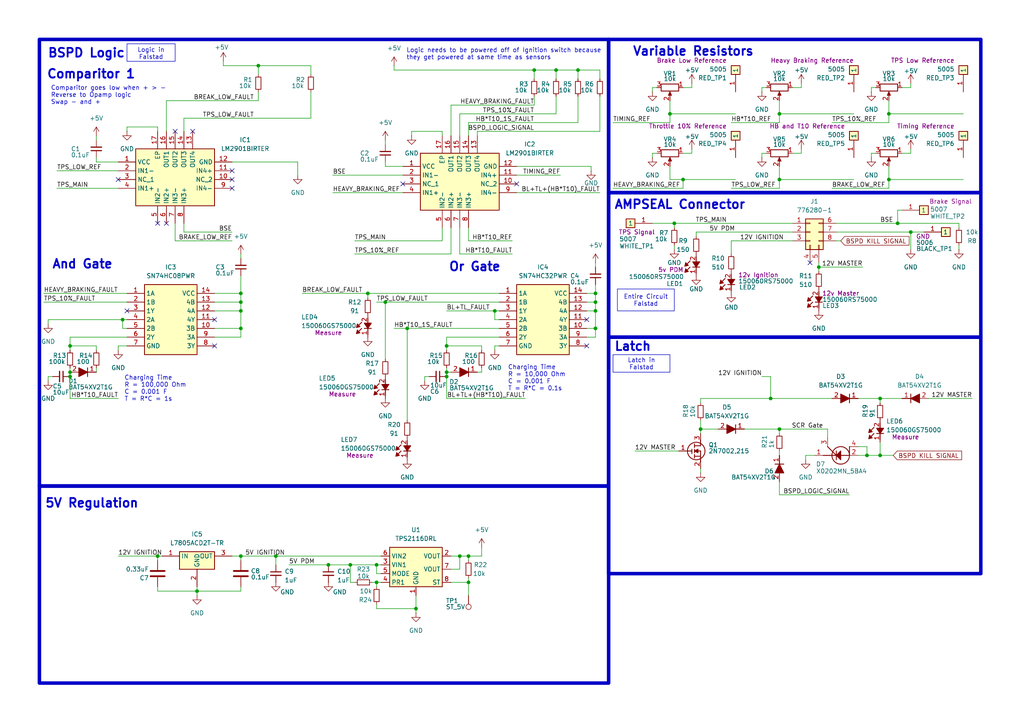
<source format=kicad_sch>
(kicad_sch (version 20250114) (generator "eeschema") (generator_version "9.0")
  (paper "A4")
  (title_block (title "SDM26 BSPD") (date "2025-06-09") (rev "1.0") (company "SUNDEVIL MOTORSPORTS"))
  (rectangle (start 11.43 11.43) (end 176.53 140.97) (stroke (width 1.016)))
  (rectangle (start 176.53 55.88) (end 284.48 97.79) (stroke (width 1.016)))
  (rectangle (start 176.53 11.43) (end 284.48 55.88) (stroke (width 1.016)))
  (rectangle (start 11.43 140.97) (end 176.53 198.12) (stroke (width 1.016)))
  (rectangle (start 176.53 97.79) (end 284.48 166.37) (stroke (width 1.016)))
  (text "5V Regulation" (at 12.954 147.574 0) (effects (font (size 2.54 2.54) (thickness 0.512) (bold yes)) (justify left bottom)))
  (text "Latch" (at 178.054 102.108 0) (effects (font (size 2.54 2.54) (thickness 0.512) (bold yes)) (justify left bottom)))
  (text "And Gate" (at 14.986 78.232 0) (effects (font (size 2.54 2.54) (thickness 0.512) (bold yes)) (justify left bottom)))
  (text "Comparitor goes low when + > -\nReverse to Opamp logic\nSwap - and +" (at 14.732 24.892 0) (effects (font (size 1.27 1.27)) (justify left top)))
  (text "Variable Resistors" (at 183.388 16.51 0) (effects (font (size 2.54 2.54) (thickness 0.512) (bold yes)) (justify left bottom)))
  (text "Logic needs to be powered off of Ignition switch because \nthey get powered at same time as sensors" (at 117.856 13.97 0) (effects (font (size 1.27 1.27)) (justify left top)))
  (text "Charging Time\nR = 100,000 Ohm\nC = 0.001 F\nT = R*C = 1s" (at 36.068 108.966 0) (effects (font (size 1.27 1.27)) (justify left top)))
  (text "Charging Time\nR = 10,000 Ohm\nC = 0.001 F\nT = R*C = 0.1s" (at 147.32 105.918 0) (effects (font (size 1.27 1.27)) (justify left top)))
  (text "AMPSEAL Connector" (at 178.054 60.96 0) (effects (font (size 2.54 2.54) (thickness 0.512) (bold yes)) (justify left bottom)))
  (text "BSPD Logic" (at 13.716 17.018 0) (effects (font (size 2.54 2.54) (thickness 0.512) (bold yes)) (justify left bottom)))
  (text "Or Gate" (at 130.048 78.994 0) (effects (font (size 2.54 2.54) (thickness 0.512) (bold yes)) (justify left bottom)))
  (text "Comparitor 1" (at 13.462 23.114 0) (effects (font (size 2.54 2.54) (thickness 0.512) (bold yes)) (justify left bottom)))
  (text_box "Latch in Falstad" (at 177.8 102.87 0) (size 16.51 5.08) (margins 0.9525 0.9525 0.9525 0.9525) (effects (font (size 1.27 1.27))))
  (text_box "Entire Circuit\nFalstad" (at 179.07 83.82 0) (size 16.51 6.35) (margins 0.9525 0.9525 0.9525 0.9525) (effects (font (size 1.27 1.27))))
  (text_box "Logic in Falstad" (at 36.83 12.7 0) (size 13.97 5.08) (margins 0.9525 0.9525 0.9525 0.9525) (effects (font (size 1.27 1.27)) (justify top)))
  (junction (at 226.06 52.07))
  (junction (at 226.06 33.02))
  (junction (at 255.27 132.08))
  (junction (at 95.25 163.83))
  (junction (at 69.85 85.09))
  (junction (at 172.72 85.09))
  (junction (at 255.27 115.57))
  (junction (at 172.72 95.25))
  (junction (at 69.85 90.17))
  (junction (at 260.35 64.77))
  (junction (at 133.35 161.29))
  (junction (at 20.32 107.95))
  (junction (at 80.01 161.29))
  (junction (at 223.52 115.57))
  (junction (at 143.51 90.17))
  (junction (at 120.65 176.53))
  (junction (at 172.72 90.17))
  (junction (at 264.16 67.31))
  (junction (at 237.49 77.47))
  (junction (at 106.68 85.09))
  (junction (at 257.81 52.07))
  (junction (at 203.2 124.46))
  (junction (at 101.6 163.83))
  (junction (at 74.93 19.05))
  (junction (at 129.54 109.22))
  (junction (at 69.85 95.25))
  (junction (at 135.89 161.29))
  (junction (at 257.81 33.02))
  (junction (at 154.94 20.32))
  (junction (at 251.46 132.08))
  (junction (at 57.15 171.45))
  (junction (at 69.85 87.63))
  (junction (at 135.89 168.91))
  (junction (at 118.11 95.25))
  (junction (at 161.29 20.32))
  (junction (at 198.12 52.07))
  (junction (at 69.85 161.29))
  (junction (at 195.58 64.77))
  (junction (at 109.22 168.91))
  (junction (at 20.32 100.33))
  (junction (at 172.72 87.63))
  (junction (at 111.76 87.63))
  (junction (at 129.54 107.95))
  (junction (at 45.72 161.29))
  (junction (at 129.54 100.33))
  (junction (at 35.56 92.71))
  (junction (at 194.31 33.02))
  (junction (at 109.22 163.83))
  (junction (at 167.64 20.32))
  (junction (at 226.06 124.46))
  (junction (at 20.32 109.22))
  (no_connect (at 170.18 100.33))
  (no_connect (at 170.18 92.71))
  (no_connect (at 67.31 49.53))
  (no_connect (at 34.29 52.07))
  (no_connect (at 55.88 38.1))
  (no_connect (at 45.72 64.77))
  (no_connect (at 234.95 76.2))
  (no_connect (at 48.26 64.77))
  (no_connect (at 116.84 53.34))
  (no_connect (at 67.31 52.07))
  (no_connect (at 62.23 100.33))
  (no_connect (at 62.23 92.71))
  (no_connect (at 149.86 53.34))
  (no_connect (at 36.83 90.17))
  (no_connect (at 50.8 38.1))
  (no_connect (at 67.31 54.61))
  (wire (pts (xy 15.24 109.22) (xy 13.97 109.22)))
  (wire (pts (xy 161.29 22.86) (xy 161.29 20.32)))
  (wire (pts (xy 118.11 95.25) (xy 144.78 95.25)))
  (wire (pts (xy 251.46 132.08) (xy 251.46 129.54)))
  (wire (pts (xy 138.43 38.1) (xy 173.99 38.1)))
  (wire (pts (xy 62.23 85.09) (xy 69.85 85.09)))
  (wire (pts (xy 130.81 39.37) (xy 130.81 30.48)))
  (wire (pts (xy 34.29 115.57) (xy 20.32 115.57)))
  (wire (pts (xy 143.51 92.71) (xy 144.78 92.71)))
  (wire (pts (xy 90.17 34.29) (xy 90.17 26.67)))
  (wire (pts (xy 135.89 35.56) (xy 167.64 35.56)))
  (wire (pts (xy 255.27 128.27) (xy 255.27 132.08)))
  (wire (pts (xy 106.68 85.09) (xy 144.78 85.09)))
  (wire (pts (xy 252.73 44.45) (xy 252.73 45.72)))
  (wire (pts (xy 95.25 163.83) (xy 101.6 163.83)))
  (wire (pts (xy 67.31 46.99) (xy 86.36 46.99)))
  (wire (pts (xy 69.85 90.17) (xy 69.85 95.25)))
  (wire (pts (xy 48.26 29.21) (xy 74.93 29.21)))
  (wire (pts (xy 257.81 48.26) (xy 257.81 52.07)))
  (wire (pts (xy 226.06 33.02) (xy 247.65 33.02)))
  (wire (pts (xy 129.54 107.95) (xy 129.54 109.22)))
  (wire (pts (xy 20.32 97.79) (xy 36.83 97.79)))
  (wire (pts (xy 232.41 25.4) (xy 229.87 25.4)))
  (wire (pts (xy 135.89 69.85) (xy 148.59 69.85)))
  (wire (pts (xy 170.18 90.17) (xy 172.72 90.17)))
  (wire (pts (xy 203.2 135.89) (xy 203.2 137.16)))
  (wire (pts (xy 257.81 33.02) (xy 257.81 35.56)))
  (wire (pts (xy 133.35 33.02) (xy 161.29 33.02)))
  (wire (pts (xy 194.31 48.26) (xy 194.31 52.07)))
  (wire (pts (xy 173.99 22.86) (xy 173.99 20.32)))
  (wire (pts (xy 62.23 95.25) (xy 69.85 95.25)))
  (wire (pts (xy 278.13 71.12) (xy 278.13 72.39)))
  (wire (pts (xy 184.15 130.81) (xy 196.85 130.81)))
  (wire (pts (xy 172.72 95.25) (xy 172.72 97.79)))
  (wire (pts (xy 242.57 69.85) (xy 243.84 69.85)))
  (wire (pts (xy 167.64 27.94) (xy 167.64 35.56)))
  (wire (pts (xy 120.65 176.53) (xy 120.65 177.8)))
  (wire (pts (xy 237.49 78.74) (xy 237.49 77.47)))
  (wire (pts (xy 269.24 115.57) (xy 281.94 115.57)))
  (wire (pts (xy 203.2 115.57) (xy 223.52 115.57)))
  (wire (pts (xy 251.46 132.08) (xy 255.27 132.08)))
  (wire (pts (xy 226.06 124.46) (xy 240.03 124.46)))
  (wire (pts (xy 149.86 50.8) (xy 162.56 50.8)))
  (wire (pts (xy 27.94 45.72) (xy 27.94 46.99)))
  (wire (pts (xy 242.57 67.31) (xy 264.16 67.31)))
  (wire (pts (xy 173.99 27.94) (xy 173.99 38.1)))
  (wire (pts (xy 34.29 100.33) (xy 36.83 100.33)))
  (wire (pts (xy 109.22 163.83) (xy 110.49 163.83)))
  (wire (pts (xy 248.92 115.57) (xy 255.27 115.57)))
  (wire (pts (xy 101.6 168.91) (xy 102.87 168.91)))
  (wire (pts (xy 264.16 67.31) (xy 264.16 72.39)))
  (wire (pts (xy 90.17 19.05) (xy 90.17 21.59)))
  (wire (pts (xy 119.38 39.37) (xy 119.38 38.1)))
  (wire (pts (xy 45.72 161.29) (xy 46.99 161.29)))
  (wire (pts (xy 201.93 67.31) (xy 229.87 67.31)))
  (wire (pts (xy 149.86 55.88) (xy 173.99 55.88)))
  (wire (pts (xy 170.18 87.63) (xy 172.72 87.63)))
  (wire (pts (xy 203.2 121.92) (xy 203.2 124.46)))
  (wire (pts (xy 220.98 45.72) (xy 220.98 44.45)))
  (wire (pts (xy 87.63 85.09) (xy 106.68 85.09)))
  (wire (pts (xy 45.72 161.29) (xy 34.29 161.29)))
  (wire (pts (xy 27.94 100.33) (xy 27.94 101.6)))
  (wire (pts (xy 101.6 163.83) (xy 109.22 163.83)))
  (wire (pts (xy 69.85 162.56) (xy 69.85 161.29)))
  (wire (pts (xy 62.23 87.63) (xy 69.85 87.63)))
  (wire (pts (xy 215.9 124.46) (xy 226.06 124.46)))
  (wire (pts (xy 257.81 33.02) (xy 279.4 33.02)))
  (wire (pts (xy 109.22 163.83) (xy 109.22 166.37)))
  (wire (pts (xy 154.94 30.48) (xy 154.94 27.94)))
  (wire (pts (xy 232.41 24.13) (xy 232.41 25.4)))
  (wire (pts (xy 45.72 36.83) (xy 36.83 36.83)))
  (wire (pts (xy 16.51 54.61) (xy 34.29 54.61)))
  (wire (pts (xy 64.77 19.05) (xy 64.77 17.78)))
  (wire (pts (xy 195.58 66.04) (xy 195.58 64.77)))
  (wire (pts (xy 203.2 124.46) (xy 208.28 124.46)))
  (wire (pts (xy 83.82 163.83) (xy 95.25 163.83)))
  (wire (pts (xy 232.41 43.18) (xy 232.41 44.45)))
  (wire (pts (xy 86.36 46.99) (xy 86.36 50.8)))
  (wire (pts (xy 48.26 38.1) (xy 48.26 29.21)))
  (wire (pts (xy 172.72 85.09) (xy 172.72 87.63)))
  (wire (pts (xy 254 25.4) (xy 252.73 25.4)))
  (wire (pts (xy 74.93 19.05) (xy 74.93 21.59)))
  (wire (pts (xy 74.93 29.21) (xy 74.93 26.67)))
  (wire (pts (xy 226.06 52.07) (xy 247.65 52.07)))
  (wire (pts (xy 111.76 41.91) (xy 111.76 40.64)))
  (wire (pts (xy 252.73 25.4) (xy 252.73 26.67)))
  (wire (pts (xy 190.5 25.4) (xy 189.23 25.4)))
  (wire (pts (xy 257.81 54.61) (xy 257.81 52.07)))
  (wire (pts (xy 27.94 107.95) (xy 27.94 106.68)))
  (wire (pts (xy 13.97 93.98) (xy 13.97 92.71)))
  (wire (pts (xy 35.56 92.71) (xy 36.83 92.71)))
  (wire (pts (xy 13.97 92.71) (xy 35.56 92.71)))
  (wire (pts (xy 135.89 66.04) (xy 135.89 69.85)))
  (wire (pts (xy 212.09 69.85) (xy 212.09 73.66)))
  (wire (pts (xy 248.92 129.54) (xy 251.46 129.54)))
  (wire (pts (xy 248.92 132.08) (xy 251.46 132.08)))
  (wire (pts (xy 50.8 69.85) (xy 50.8 64.77)))
  (wire (pts (xy 237.49 77.47) (xy 237.49 76.2)))
  (wire (pts (xy 16.51 49.53) (xy 34.29 49.53)))
  (wire (pts (xy 57.15 170.18) (xy 57.15 171.45)))
  (wire (pts (xy 20.32 106.68) (xy 20.32 107.95)))
  (wire (pts (xy 233.68 132.08) (xy 233.68 133.35)))
  (wire (pts (xy 69.85 85.09) (xy 69.85 87.63)))
  (wire (pts (xy 139.7 161.29) (xy 139.7 158.75)))
  (wire (pts (xy 109.22 87.63) (xy 111.76 87.63)))
  (wire (pts (xy 220.98 25.4) (xy 222.25 25.4)))
  (wire (pts (xy 177.8 35.56) (xy 194.31 35.56)))
  (wire (pts (xy 12.7 87.63) (xy 36.83 87.63)))
  (wire (pts (xy 20.32 97.79) (xy 20.32 100.33)))
  (wire (pts (xy 246.38 143.51) (xy 226.06 143.51)))
  (wire (pts (xy 143.51 90.17) (xy 144.78 90.17)))
  (wire (pts (xy 109.22 166.37) (xy 110.49 166.37)))
  (wire (pts (xy 144.78 100.33) (xy 143.51 100.33)))
  (wire (pts (xy 223.52 109.22) (xy 223.52 115.57)))
  (wire (pts (xy 118.11 95.25) (xy 118.11 121.92)))
  (wire (pts (xy 241.3 35.56) (xy 257.81 35.56)))
  (wire (pts (xy 35.56 95.25) (xy 35.56 92.71)))
  (wire (pts (xy 194.31 33.02) (xy 213.36 33.02)))
  (wire (pts (xy 189.23 25.4) (xy 189.23 26.67)))
  (wire (pts (xy 278.13 64.77) (xy 278.13 66.04)))
  (wire (pts (xy 129.54 97.79) (xy 144.78 97.79)))
  (wire (pts (xy 80.01 161.29) (xy 110.49 161.29)))
  (wire (pts (xy 226.06 124.46) (xy 226.06 125.73)))
  (wire (pts (xy 34.29 101.6) (xy 34.29 100.33)))
  (wire (pts (xy 260.35 64.77) (xy 278.13 64.77)))
  (wire (pts (xy 143.51 100.33) (xy 143.51 101.6)))
  (wire (pts (xy 129.54 107.95) (xy 130.81 107.95)))
  (wire (pts (xy 194.31 52.07) (xy 198.12 52.07)))
  (wire (pts (xy 64.77 19.05) (xy 74.93 19.05)))
  (wire (pts (xy 114.3 20.32) (xy 154.94 20.32)))
  (wire (pts (xy 260.35 64.77) (xy 242.57 64.77)))
  (wire (pts (xy 102.87 69.85) (xy 128.27 69.85)))
  (wire (pts (xy 135.89 162.56) (xy 135.89 161.29)))
  (wire (pts (xy 149.86 48.26) (xy 171.45 48.26)))
  (wire (pts (xy 226.06 54.61) (xy 226.06 52.07)))
  (wire (pts (xy 69.85 80.01) (xy 69.85 85.09)))
  (wire (pts (xy 226.06 35.56) (xy 226.06 33.02)))
  (wire (pts (xy 57.15 171.45) (xy 69.85 171.45)))
  (wire (pts (xy 129.54 100.33) (xy 129.54 101.6)))
  (wire (pts (xy 200.66 44.45) (xy 198.12 44.45)))
  (wire (pts (xy 96.52 50.8) (xy 116.84 50.8)))
  (wire (pts (xy 106.68 86.36) (xy 106.68 85.09)))
  (wire (pts (xy 96.52 55.88) (xy 116.84 55.88)))
  (wire (pts (xy 69.85 161.29) (xy 80.01 161.29)))
  (wire (pts (xy 255.27 132.08) (xy 259.08 132.08)))
  (wire (pts (xy 53.34 38.1) (xy 53.34 34.29)))
  (wire (pts (xy 119.38 38.1) (xy 128.27 38.1)))
  (wire (pts (xy 57.15 172.72) (xy 57.15 171.45)))
  (wire (pts (xy 220.98 44.45) (xy 222.25 44.45)))
  (wire (pts (xy 139.7 101.6) (xy 139.7 100.33)))
  (wire (pts (xy 212.09 35.56) (xy 226.06 35.56)))
  (wire (pts (xy 161.29 27.94) (xy 161.29 33.02)))
  (wire (pts (xy 195.58 71.12) (xy 195.58 72.39)))
  (wire (pts (xy 172.72 85.09) (xy 170.18 85.09)))
  (wire (pts (xy 27.94 40.64) (xy 27.94 39.37)))
  (wire (pts (xy 226.06 143.51) (xy 226.06 139.7)))
  (wire (pts (xy 233.68 132.08) (xy 236.22 132.08)))
  (wire (pts (xy 20.32 100.33) (xy 27.94 100.33)))
  (wire (pts (xy 69.85 95.25) (xy 69.85 97.79)))
  (wire (pts (xy 111.76 87.63) (xy 111.76 104.14)))
  (wire (pts (xy 114.3 19.05) (xy 114.3 20.32)))
  (wire (pts (xy 260.35 60.96) (xy 260.35 64.77)))
  (wire (pts (xy 264.16 43.18) (xy 264.16 44.45)))
  (wire (pts (xy 212.09 69.85) (xy 229.87 69.85)))
  (wire (pts (xy 220.98 109.22) (xy 223.52 109.22)))
  (wire (pts (xy 123.19 109.22) (xy 124.46 109.22)))
  (wire (pts (xy 152.4 115.57) (xy 129.54 115.57)))
  (wire (pts (xy 62.23 90.17) (xy 69.85 90.17)))
  (wire (pts (xy 128.27 69.85) (xy 128.27 66.04)))
  (wire (pts (xy 130.81 161.29) (xy 133.35 161.29)))
  (wire (pts (xy 264.16 44.45) (xy 261.62 44.45)))
  (wire (pts (xy 135.89 39.37) (xy 135.89 35.56)))
  (wire (pts (xy 129.54 106.68) (xy 129.54 107.95)))
  (wire (pts (xy 133.35 161.29) (xy 135.89 161.29)))
  (wire (pts (xy 123.19 109.22) (xy 123.19 110.49)))
  (wire (pts (xy 109.22 176.53) (xy 109.22 175.26)))
  (wire (pts (xy 57.15 171.45) (xy 45.72 171.45)))
  (wire (pts (xy 20.32 115.57) (xy 20.32 109.22)))
  (wire (pts (xy 67.31 161.29) (xy 69.85 161.29)))
  (wire (pts (xy 130.81 30.48) (xy 154.94 30.48)))
  (wire (pts (xy 133.35 165.1) (xy 133.35 161.29)))
  (wire (pts (xy 226.06 130.81) (xy 226.06 132.08)))
  (wire (pts (xy 195.58 64.77) (xy 229.87 64.77)))
  (wire (pts (xy 135.89 167.64) (xy 135.89 168.91)))
  (wire (pts (xy 27.94 46.99) (xy 34.29 46.99)))
  (wire (pts (xy 130.81 165.1) (xy 133.35 165.1)))
  (wire (pts (xy 194.31 29.21) (xy 194.31 33.02)))
  (wire (pts (xy 53.34 34.29) (xy 90.17 34.29)))
  (wire (pts (xy 264.16 67.31) (xy 267.97 67.31)))
  (wire (pts (xy 264.16 24.13) (xy 264.16 25.4)))
  (wire (pts (xy 135.89 168.91) (xy 135.89 172.72)))
  (wire (pts (xy 36.83 36.83) (xy 36.83 38.1)))
  (wire (pts (xy 198.12 54.61) (xy 198.12 52.07)))
  (wire (pts (xy 129.54 90.17) (xy 143.51 90.17)))
  (wire (pts (xy 172.72 82.55) (xy 172.72 85.09)))
  (wire (pts (xy 240.03 124.46) (xy 240.03 127)))
  (wire (pts (xy 69.85 73.66) (xy 69.85 74.93)))
  (wire (pts (xy 212.09 54.61) (xy 226.06 54.61)))
  (wire (pts (xy 226.06 48.26) (xy 226.06 52.07)))
  (wire (pts (xy 255.27 115.57) (xy 261.62 115.57)))
  (wire (pts (xy 128.27 38.1) (xy 128.27 39.37)))
  (wire (pts (xy 80.01 163.83) (xy 80.01 161.29)))
  (wire (pts (xy 13.97 109.22) (xy 13.97 110.49)))
  (wire (pts (xy 133.35 66.04) (xy 133.35 73.66)))
  (wire (pts (xy 129.54 97.79) (xy 129.54 100.33)))
  (wire (pts (xy 223.52 115.57) (xy 241.3 115.57)))
  (wire (pts (xy 111.76 48.26) (xy 116.84 48.26)))
  (wire (pts (xy 260.35 60.96) (xy 261.62 60.96)))
  (wire (pts (xy 190.5 44.45) (xy 189.23 44.45)))
  (wire (pts (xy 171.45 48.26) (xy 171.45 49.53)))
  (wire (pts (xy 12.7 85.09) (xy 36.83 85.09)))
  (wire (pts (xy 45.72 162.56) (xy 45.72 161.29)))
  (wire (pts (xy 109.22 176.53) (xy 120.65 176.53)))
  (wire (pts (xy 69.85 171.45) (xy 69.85 170.18)))
  (wire (pts (xy 129.54 115.57) (xy 129.54 109.22)))
  (wire (pts (xy 255.27 115.57) (xy 255.27 116.84)))
  (wire (pts (xy 109.22 168.91) (xy 110.49 168.91)))
  (wire (pts (xy 62.23 97.79) (xy 69.85 97.79)))
  (wire (pts (xy 172.72 97.79) (xy 170.18 97.79)))
  (wire (pts (xy 167.64 20.32) (xy 167.64 22.86)))
  (wire (pts (xy 264.16 25.4) (xy 261.62 25.4)))
  (wire (pts (xy 107.95 168.91) (xy 109.22 168.91)))
  (wire (pts (xy 50.8 69.85) (xy 67.31 69.85)))
  (wire (pts (xy 167.64 20.32) (xy 173.99 20.32)))
  (wire (pts (xy 53.34 67.31) (xy 53.34 64.77)))
  (wire (pts (xy 109.22 170.18) (xy 109.22 168.91)))
  (wire (pts (xy 130.81 66.04) (xy 130.81 73.66)))
  (wire (pts (xy 200.66 25.4) (xy 198.12 25.4)))
  (wire (pts (xy 114.3 95.25) (xy 118.11 95.25)))
  (wire (pts (xy 200.66 43.18) (xy 200.66 44.45)))
  (wire (pts (xy 200.66 24.13) (xy 200.66 25.4)))
  (wire (pts (xy 154.94 20.32) (xy 154.94 22.86)))
  (wire (pts (xy 172.72 90.17) (xy 172.72 95.25)))
  (wire (pts (xy 139.7 107.95) (xy 139.7 106.68)))
  (wire (pts (xy 154.94 20.32) (xy 161.29 20.32)))
  (wire (pts (xy 189.23 44.45) (xy 189.23 45.72)))
  (wire (pts (xy 170.18 95.25) (xy 172.72 95.25)))
  (wire (pts (xy 177.8 54.61) (xy 198.12 54.61)))
  (wire (pts (xy 120.65 172.72) (xy 120.65 176.53)))
  (wire (pts (xy 20.32 100.33) (xy 20.32 101.6)))
  (wire (pts (xy 139.7 107.95) (xy 138.43 107.95)))
  (wire (pts (xy 189.23 64.77) (xy 195.58 64.77)))
  (wire (pts (xy 129.54 100.33) (xy 139.7 100.33)))
  (wire (pts (xy 20.32 107.95) (xy 20.32 109.22)))
  (wire (pts (xy 232.41 44.45) (xy 229.87 44.45)))
  (wire (pts (xy 257.81 52.07) (xy 279.4 52.07)))
  (wire (pts (xy 101.6 163.83) (xy 101.6 168.91)))
  (wire (pts (xy 254 44.45) (xy 252.73 44.45)))
  (wire (pts (xy 172.72 76.2) (xy 172.72 77.47)))
  (wire (pts (xy 257.81 29.21) (xy 257.81 33.02)))
  (wire (pts (xy 45.72 38.1) (xy 45.72 36.83)))
  (wire (pts (xy 172.72 87.63) (xy 172.72 90.17)))
  (wire (pts (xy 67.31 67.31) (xy 53.34 67.31)))
  (wire (pts (xy 111.76 87.63) (xy 144.78 87.63)))
  (wire (pts (xy 226.06 29.21) (xy 226.06 33.02)))
  (wire (pts (xy 220.98 26.67) (xy 220.98 25.4)))
  (wire (pts (xy 161.29 20.32) (xy 167.64 20.32)))
  (wire (pts (xy 133.35 33.02) (xy 133.35 39.37)))
  (wire (pts (xy 36.83 95.25) (xy 35.56 95.25)))
  (wire (pts (xy 203.2 124.46) (xy 203.2 125.73)))
  (wire (pts (xy 194.31 35.56) (xy 194.31 33.02)))
  (wire (pts (xy 201.93 68.58) (xy 201.93 67.31)))
  (wire (pts (xy 138.43 38.1) (xy 138.43 39.37)))
  (wire (pts (xy 241.3 54.61) (xy 257.81 54.61)))
  (wire (pts (xy 130.81 168.91) (xy 135.89 168.91)))
  (wire (pts (xy 133.35 73.66) (xy 148.59 73.66)))
  (wire (pts (xy 74.93 19.05) (xy 90.17 19.05)))
  (wire (pts (xy 203.2 116.84) (xy 203.2 115.57)))
  (wire (pts (xy 143.51 90.17) (xy 143.51 92.71)))
  (wire (pts (xy 111.76 46.99) (xy 111.76 48.26)))
  (wire (pts (xy 198.12 52.07) (xy 213.36 52.07)))
  (wire (pts (xy 130.81 73.66) (xy 102.87 73.66)))
  (wire (pts (xy 69.85 87.63) (xy 69.85 90.17)))
  (wire (pts (xy 250.19 77.47) (xy 237.49 77.47)))
  (wire (pts (xy 45.72 170.18) (xy 45.72 171.45)))
  (wire (pts (xy 135.89 161.29) (xy 139.7 161.29)))
  (label "12V MASTER" (at 250.19 77.47 180))
  (label "5V IGNITION" (at 71.12 161.29 0))
  (label "TPS_LOW_FAULT" (at 109.22 87.63 0))
  (label "BSE" (at 255.27 64.77 0))
  (label "BREAK_LOW_FAULT" (at 87.63 85.09 0))
  (label "12V MASTER" (at 281.94 115.57 180))
  (label "HEAVY_BRAKING_FAULT" (at 154.94 30.48 180))
  (label "BRAKE_LOW_REF" (at 241.3 54.61 0))
  (label "HB*T10_REF" (at 212.09 35.56 0))
  (label "5V PDM" (at 205.74 67.31 0))
  (label "BRAKE_LOW_REF" (at 67.31 69.85 180))
  (label "TPS_LOW_REF" (at 212.09 54.61 0))
  (label "BREAK_LOW_FAULT" (at 73.66 29.21 180))
  (label "12V IGNITION" (at 34.29 161.29 0))
  (label "BSE" (at 96.52 50.8 0))
  (label "12V IGNITION" (at 220.98 109.22 180))
  (label "TPS_10%_REF" (at 241.3 35.56 0))
  (label "TPS_MAIN" (at 102.87 69.85 0))
  (label "HB*T10_REF" (at 148.59 69.85 180))
  (label "5V PDM" (at 83.82 163.83 0))
  (label "TPS_LOW_FAULT" (at 73.66 34.29 180))
  (label "HB*T10_1S_FAULT" (at 154.94 35.56 180))
  (label "TPS_10%_FAULT" (at 154.94 33.02 180))
  (label "SCR Gate" (at 238.76 124.46 180))
  (label "HEAVY_BRAKING_REF" (at 96.52 55.88 0))
  (label "TPS_LOW_REF" (at 16.51 49.53 0))
  (label "HB*T10_1S_FAULT" (at 114.3 95.25 0))
  (label "HB*T10_FAULT" (at 34.29 115.57 180))
  (label "HEAVY_BRAKING_REF" (at 177.8 54.61 0))
  (label "TPS_MAIN" (at 16.51 54.61 0))
  (label "BSPD_LOGIC_SIGNAL" (at 154.94 38.1 180))
  (label "BL+TL_FAULT" (at 129.54 90.17 0))
  (label "BSPD_LOGIC_SIGNAL" (at 246.38 143.51 180))
  (label "HEAVY_BRAKING_FAULT" (at 12.7 85.09 0))
  (label "BSE" (at 67.31 67.31 180))
  (label "BL+TL+(HB*T10)_FAULT" (at 173.99 55.88 180))
  (label "12V IGNITION" (at 227.33 69.85 180))
  (label "BL+TL+(HB*T10)_FAULT" (at 152.4 115.57 180))
  (label "12V MASTER" (at 184.15 130.81 0))
  (label "TIMING_REF" (at 177.8 35.56 0))
  (label "HB*T10_FAULT" (at 148.59 73.66 180))
  (label "TPS_10%_FAULT" (at 12.7 87.63 0))
  (label "TPS_10%_REF" (at 102.87 73.66 0))
  (label "TIMING_REF" (at 162.56 50.8 180))
  (label "TPS_MAIN" (at 210.82 64.77 180))
  (global_label "BSPD KILL SIGNAL" (shape input) (at 243.84 69.85 0) (property "Intersheetrefs" "${INTERSHEET_REFS}" (effects (hide yes))))
  (global_label "BSPD KILL SIGNAL" (shape input) (at 259.08 132.08 0) (property "Intersheetrefs" "${INTERSHEET_REFS}" (effects (hide yes))))
  (symbol (lib_id "SDM_TESTPOINT:5007") (at 261.62 60.96 0) (unit 1)
    (property "Reference" "WHITE_TP2" (at 279.908 62.738 0) (effects (justify right)))
    (property "Value" "5007" (at 274.828 60.706 0) (effects (justify right)))
    (property "Footprint" "SDM_MiscFootprint:5007" (effects (hide yes)))
    (property "Datasheet" "https://www.keyelco.com/product-pdf.cfm?p=1316" (effects (hide yes)))
    (property "Description" "Test Point, PC, Snap in Mounting,  Compact, White Base" (effects (hide yes)))
    (property "Measure" "Brake Signal" (at 281.94 58.42 0) (effects (justify right)))
    (property "Height" "5.59" (effects (hide yes)))
    (property "Mouser Part Number" "534-5007" (effects (hide yes)))
    (property "Mouser Price/Stock" "https://www.mouser.co.uk/ProductDetail/Keystone-Electronics/5007?qs=q0tsjPZWdm%2FR8ZVOxrSXrQ%3D%3D" (effects (hide yes)))
    (property "Manufacturer_Name" "Keystone Electronics" (effects (hide yes)))
    (property "Manufacturer_Part_Number" "5007" (effects (hide yes)))
  )
  (symbol (lib_id "Device:R_Small") (at 111.76 106.68 0) (mirror x) (unit 1)
    (property "Reference" "R17" (at 107.95 105.41 0))
    (property "Value" "91" (at 107.95 107.95 0))
    (property "Footprint" "Resistor_SMD:R_0603_1608Metric" (effects (hide yes)))
    (property "Description" "Resistor, small symbol" (effects (hide yes)))
  )
  (symbol (lib_id "SDM_LOGIC:SN74HC32PWR") (at 144.78 85.09 0) (unit 1)
    (property "Reference" "IC4" (at 157.48 77.47 0))
    (property "Value" "SN74HC32PWR" (at 157.48 80.01 0))
    (property "Footprint" "SDM_MiscFootprint:SOP65P640X120-14L" (effects (hide yes)))
    (property "Datasheet" "http://www.ti.com/lit/gpn/sn74hc32" (effects (hide yes)))
    (property "Description" "Quadruple 2-Input Positive-OR Gates" (effects (hide yes)))
    (property "Height" "1.2" (effects (hide yes)))
    (property "Mouser Part Number" "595-SN74HC32PWR" (effects (hide yes)))
    (property "Mouser Price/Stock" "https://www.mouser.co.uk/ProductDetail/Texas-Instruments/SN74HC32PWR?qs=ZA235jQDfbp291NIbGpFPA%3D%3D" (effects (hide yes)))
    (property "Manufacturer_Name" "Texas Instruments" (effects (hide yes)))
    (property "Manufacturer_Part_Number" "SN74HC32PWR" (effects (hide yes)))
  )
  (symbol (lib_id "SDM_TESTPOINT:5005") (at 247.65 26.67 90) (unit 1)
    (property "Reference" "RED_TP2" (at 245.11 22.606 90) (effects (justify left)))
    (property "Value" "5005" (at 245.11 20.066 90) (effects (justify left)))
    (property "Footprint" "SDM_MiscFootprint:5005" (effects (hide yes)))
    (property "Datasheet" "http://www.keyelco.com/product-pdf.cfm?p=1314" (effects (hide yes)))
    (property "Description" "Test Point, PC, Snap in Mounting,  Compact, Red Base" (effects (hide yes)))
    (property "Measure" "Heavy Braking Reference" (at 247.65 17.526 90) (effects (justify left)))
    (property "Mouser Part Number" "534-5005" (effects (hide yes)))
    (property "Mouser Price/Stock" "https://www.mouser.co.uk/ProductDetail/Keystone-Electronics/5005?qs=q0tsjPZWdm%252BiIco20yB3BQ%3D%3D" (effects (hide yes)))
    (property "Manufacturer_Name" "Keystone Electronics" (effects (hide yes)))
    (property "Manufacturer_Part_Number" "5005" (effects (hide yes)))
  )
  (symbol (lib_id "power:GND") (at 36.83 38.1 0) (unit 1)
    (property "Reference" "#PWR09" (effects (hide yes)))
    (property "Value" "GND" (at 36.83 43.18 0))
    (property "Description" "Power symbol creates a global label with name \"GND\" , ground" (effects (hide yes)))
  )
  (symbol (lib_id "power:+5V") (at 27.94 39.37 0) (unit 1)
    (property "Reference" "#PWR010" (effects (hide yes)))
    (property "Value" "+5V" (at 27.94 34.29 0))
    (property "Description" "Power symbol creates a global label with name \"+5V\"" (effects (hide yes)))
  )
  (symbol (lib_id "power:+5V") (at 172.72 76.2 0) (unit 1)
    (property "Reference" "#PWR025" (effects (hide yes)))
    (property "Value" "+5V" (at 172.72 71.12 0))
    (property "Description" "Power symbol creates a global label with name \"+5V\"" (effects (hide yes)))
  )
  (symbol (lib_id "power:+5V") (at 264.16 24.13 0) (unit 1)
    (property "Reference" "#PWR05" (effects (hide yes)))
    (property "Value" "+5V" (at 264.16 20.574 0))
    (property "Description" "Power symbol creates a global label with name \"+5V\"" (effects (hide yes)))
  )
  (symbol (lib_id "power:+5V") (at 232.41 24.13 0) (unit 1)
    (property "Reference" "#PWR04" (effects (hide yes)))
    (property "Value" "+5V" (at 232.41 20.32 0))
    (property "Description" "Power symbol creates a global label with name \"+5V\"" (effects (hide yes)))
  )
  (symbol (lib_id "power:+5V") (at 200.66 24.13 0) (unit 1)
    (property "Reference" "#PWR03" (effects (hide yes)))
    (property "Value" "+5V" (at 200.66 20.32 0))
    (property "Description" "Power symbol creates a global label with name \"+5V\"" (effects (hide yes)))
  )
  (symbol (lib_id "power:GND") (at 264.16 72.39 0) (unit 1)
    (property "Reference" "#PWR022" (effects (hide yes)))
    (property "Value" "GND" (at 264.16 77.47 0))
    (property "Description" "Power symbol creates a global label with name \"GND\" , ground" (effects (hide yes)))
  )
  (symbol (lib_id "Device:C_Small") (at 27.94 43.18 180) (unit 1)
    (property "Reference" "C1" (at 20.574 43.18 0) (effects (justify right)))
    (property "Value" "0.1uF" (at 20.574 44.958 0) (effects (justify right)))
    (property "Footprint" "Capacitor_SMD:C_0603_1608Metric" (effects (hide yes)))
  )
  (symbol (lib_id "power:GND") (at 201.93 80.01 0) (unit 1)
    (property "Reference" "#PWR026" (effects (hide yes)))
    (property "Value" "GND" (at 201.93 83.82 0))
    (property "Description" "Power symbol creates a global label with name \"GND\" , ground" (effects (hide yes)))
  )
  (symbol (lib_id "SDM_TESTPOINT:5005") (at 247.65 45.72 90) (unit 1)
    (property "Reference" "RED_TP5" (at 245.11 41.656 90) (effects (justify left)))
    (property "Value" "5005" (at 245.11 39.116 90) (effects (justify left)))
    (property "Footprint" "SDM_MiscFootprint:5005" (effects (hide yes)))
    (property "Datasheet" "http://www.keyelco.com/product-pdf.cfm?p=1314" (effects (hide yes)))
    (property "Description" "Test Point, PC, Snap in Mounting,  Compact, Red Base" (effects (hide yes)))
    (property "Measure" "HB and T10 Reference" (at 245.11 36.576 90) (effects (justify left)))
    (property "Mouser Part Number" "534-5005" (effects (hide yes)))
    (property "Mouser Price/Stock" "https://www.mouser.co.uk/ProductDetail/Keystone-Electronics/5005?qs=q0tsjPZWdm%252BiIco20yB3BQ%3D%3D" (effects (hide yes)))
    (property "Manufacturer_Name" "Keystone Electronics" (effects (hide yes)))
    (property "Manufacturer_Part_Number" "5005" (effects (hide yes)))
  )
  (symbol (lib_id "Device:C_Small") (at 111.76 44.45 180) (unit 1)
    (property "Reference" "C2" (at 104.394 44.45 0) (effects (justify right)))
    (property "Value" "0.1uF" (at 104.394 46.228 0) (effects (justify right)))
    (property "Footprint" "Capacitor_SMD:C_0603_1608Metric" (effects (hide yes)))
  )
  (symbol (lib_id "SDM_DIODES:BAT54XV2T1G") (at 138.43 107.95 180) (unit 1)
    (property "Reference" "D2" (at 130.302 110.744 0) (effects (justify right)))
    (property "Value" "BAT54XV2T1G" (at 130.302 112.522 0) (effects (justify right)))
    (property "Footprint" "SDM_MiscFootprint:SODFL1608X70N" (effects (hide yes)))
    (property "Datasheet" "https://www.onsemi.com/pub/Collateral/BAT54XV2T1-D.PDF" (effects (hide yes)))
    (property "Description" "These Devices are Pb-Free, Halogen Free/BFR Free and are RoHS Compliant; S Prefix for Automotive and Other Applications Requiring Unique Site and Control Change Requirements; AECQ101 Qualified and PPAP Capable ; Lower forward voltage (VF)" (effects (hide yes)))
    (property "Height" "0.7" (effects (hide yes)))
    (property "Mouser Part Number" "863-BAT54XV2T1G" (effects (hide yes)))
    (property "Mouser Price/Stock" "https://www.mouser.co.uk/ProductDetail/onsemi/BAT54XV2T1G?qs=vLkC5FC1VN8vpceP7xcdrw%3D%3D" (effects (hide yes)))
    (property "Manufacturer_Name" "onsemi" (effects (hide yes)))
    (property "Manufacturer_Part_Number" "BAT54XV2T1G" (effects (hide yes)))
  )
  (symbol (lib_id "power:GND") (at 189.23 26.67 0) (unit 1)
    (property "Reference" "#PWR06" (effects (hide yes)))
    (property "Value" "GND" (at 189.23 31.75 0))
    (property "Description" "Power symbol creates a global label with name \"GND\" , ground" (effects (hide yes)))
  )
  (symbol (lib_id "power:GND") (at 111.76 115.57 0) (unit 1)
    (property "Reference" "#PWR037" (effects (hide yes)))
    (property "Value" "GND" (at 111.76 120.65 0))
    (property "Description" "Power symbol creates a global label with name \"GND\" , ground" (effects (hide yes)))
  )
  (symbol (lib_id "SDM_LED:150060GS75000") (at 255.27 125.73 90) (unit 1)
    (property "Reference" "LED6" (at 257.048 122.174 90) (effects (justify right)))
    (property "Value" "150060GS75000" (at 257.048 124.714 90) (effects (justify right)))
    (property "Footprint" "SDM_MiscFootprint:LEDC1608X80N" (effects (hide yes)))
    (property "Datasheet" "https://componentsearchengine.com/Datasheets/2/150060GS75000.pdf" (effects (hide yes)))
    (property "Description" "Wurth Elektronik WL-SMCW 520 nm Green LED, 1608 (0603) Clear SMD package" (effects (hide yes)))
    (property "Color" "Green" (effects (hide yes)))
    (property "Height" "0.8" (effects (hide yes)))
    (property "Mouser Part Number" "710-150060GS75000" (effects (hide yes)))
    (property "Mouser Price/Stock" "https://www.mouser.co.uk/ProductDetail/Wurth-Elektronik/150060GS75000?qs=LlUlMxKIyB0UYkq5lDO8nA%3D%3D" (effects (hide yes)))
    (property "Manufacturer_Name" "Wurth Elektronik" (effects (hide yes)))
    (property "Manufacturer_Part_Number" "150060GS75000" (effects (hide yes)))
    (property "Measure" "Measure" (at 262.636 126.746 90))
  )
  (symbol (lib_id "SDM_LED:150060GS75000") (at 106.68 95.25 90) (unit 1)
    (property "Reference" "LED4" (at 87.376 91.948 90) (effects (justify right)))
    (property "Value" "150060GS75000" (at 87.376 94.488 90) (effects (justify right)))
    (property "Footprint" "SDM_MiscFootprint:LEDC1608X80N" (effects (hide yes)))
    (property "Datasheet" "https://componentsearchengine.com/Datasheets/2/150060GS75000.pdf" (effects (hide yes)))
    (property "Description" "Wurth Elektronik WL-SMCW 520 nm Green LED, 1608 (0603) Clear SMD package" (effects (hide yes)))
    (property "Color" "Green" (effects (hide yes)))
    (property "Height" "0.8" (effects (hide yes)))
    (property "Mouser Part Number" "710-150060GS75000" (effects (hide yes)))
    (property "Mouser Price/Stock" "https://www.mouser.co.uk/ProductDetail/Wurth-Elektronik/150060GS75000?qs=LlUlMxKIyB0UYkq5lDO8nA%3D%3D" (effects (hide yes)))
    (property "Manufacturer_Name" "Wurth Elektronik" (effects (hide yes)))
    (property "Manufacturer_Part_Number" "150060GS75000" (effects (hide yes)))
    (property "Measure" "Measure" (at 95.25 96.52 90))
  )
  (symbol (lib_id "power:GND") (at 220.98 26.67 0) (unit 1)
    (property "Reference" "#PWR07" (effects (hide yes)))
    (property "Value" "GND" (at 220.98 31.75 0))
    (property "Description" "Power symbol creates a global label with name \"GND\" , ground" (effects (hide yes)))
  )
  (symbol (lib_id "Device:R_Small") (at 154.94 25.4 0) (unit 1)
    (property "Reference" "R3" (at 151.892 24.384 0))
    (property "Value" "10k" (at 151.13 26.162 0))
    (property "Footprint" "Resistor_SMD:R_0603_1608Metric" (effects (hide yes)))
    (property "Description" "Resistor, small symbol" (effects (hide yes)))
  )
  (symbol (lib_id "SDM_TESTPOINT:5007") (at 189.23 64.77 180) (unit 1)
    (property "Reference" "WHITE_TP1" (at 189.738 71.374 0) (effects (justify left)))
    (property "Value" "5007" (at 184.658 69.342 0) (effects (justify left)))
    (property "Footprint" "SDM_MiscFootprint:5007" (effects (hide yes)))
    (property "Datasheet" "https://www.keyelco.com/product-pdf.cfm?p=1316" (effects (hide yes)))
    (property "Description" "Test Point, PC, Snap in Mounting,  Compact, White Base" (effects (hide yes)))
    (property "Measure" "TPS Signal" (at 189.992 67.31 0) (effects (justify left)))
    (property "Height" "5.59" (effects (hide yes)))
    (property "Mouser Part Number" "534-5007" (effects (hide yes)))
    (property "Mouser Price/Stock" "https://www.mouser.co.uk/ProductDetail/Keystone-Electronics/5007?qs=q0tsjPZWdm%2FR8ZVOxrSXrQ%3D%3D" (effects (hide yes)))
    (property "Manufacturer_Name" "Keystone Electronics" (effects (hide yes)))
    (property "Manufacturer_Part_Number" "5007" (effects (hide yes)))
  )
  (symbol (lib_id "Device:R_Small") (at 167.64 25.4 0) (unit 1)
    (property "Reference" "R5" (at 164.592 24.384 0))
    (property "Value" "10k" (at 163.83 26.162 0))
    (property "Footprint" "Resistor_SMD:R_0603_1608Metric" (effects (hide yes)))
    (property "Description" "Resistor, small symbol" (effects (hide yes)))
  )
  (symbol (lib_id "SDM_VARIABLE_RESISTOR:3386P-1-103TLF") (at 254 44.45 0) (unit 1)
    (property "Reference" "VR6" (at 257.81 40.386 0))
    (property "Value" "10k" (at 257.81 41.91 0))
    (property "Footprint" "SDM_MiscFootprint:3386P1103TLF" (effects (hide yes)))
    (property "Datasheet" "https://www.mouser.com/datasheet/2/54/3386-776606.pdf" (effects (hide yes)))
    (property "Description" "Trimmer Resistors - Through Hole" (effects (hide yes)))
    (property "Height" "4.83" (effects (hide yes)))
    (property "Mouser Part Number" "652-3386P-1-103TLF" (effects (hide yes)))
    (property "Mouser Price/Stock" "https://www.mouser.co.uk/ProductDetail/Bourns/3386P-1-103TLF?qs=m2uG%2FFdTAPW0l2ELvsEvlA%3D%3D" (effects (hide yes)))
    (property "Manufacturer_Name" "Bourns" (effects (hide yes)))
    (property "Manufacturer_Part_Number" "3386P-1-103TLF" (effects (hide yes)))
  )
  (symbol (lib_id "SDM_VARIABLE_RESISTOR:3386P-1-103TLF") (at 254 25.4 0) (unit 1)
    (property "Reference" "VR3" (at 257.81 21.336 0))
    (property "Value" "10k" (at 257.81 22.86 0))
    (property "Footprint" "SDM_MiscFootprint:3386P1103TLF" (effects (hide yes)))
    (property "Datasheet" "https://www.mouser.com/datasheet/2/54/3386-776606.pdf" (effects (hide yes)))
    (property "Description" "Trimmer Resistors - Through Hole" (effects (hide yes)))
    (property "Height" "4.83" (effects (hide yes)))
    (property "Mouser Part Number" "652-3386P-1-103TLF" (effects (hide yes)))
    (property "Mouser Price/Stock" "https://www.mouser.co.uk/ProductDetail/Bourns/3386P-1-103TLF?qs=m2uG%2FFdTAPW0l2ELvsEvlA%3D%3D" (effects (hide yes)))
    (property "Manufacturer_Name" "Bourns" (effects (hide yes)))
    (property "Manufacturer_Part_Number" "3386P-1-103TLF" (effects (hide yes)))
  )
  (symbol (lib_id "Device:R_Small") (at 212.09 76.2 0) (mirror x) (unit 1)
    (property "Reference" "R10" (at 208.28 74.93 0))
    (property "Value" "510" (at 208.28 77.47 0))
    (property "Footprint" "Resistor_SMD:R_0603_1608Metric" (effects (hide yes)))
    (property "Description" "Resistor, small symbol" (effects (hide yes)))
  )
  (symbol (lib_id "power:GND") (at 252.73 45.72 0) (unit 1)
    (property "Reference" "#PWR018" (effects (hide yes)))
    (property "Value" "GND" (at 252.73 50.8 0))
    (property "Description" "Power symbol creates a global label with name \"GND\" , ground" (effects (hide yes)))
  )
  (symbol (lib_id "SDM_SCR:X0202MN_5BA4") (at 250.19 132.08 180) (unit 1)
    (property "Reference" "D7" (at 237.998 134.62 0))
    (property "Value" "X0202MN_5BA4" (at 244.094 136.652 0))
    (property "Footprint" "SDM_MiscFootprint:SOT230P700X190-4N" (effects (hide yes)))
    (property "Datasheet" "http://www.st.com/st-web-ui/static/active/en/resource/technical/document/datasheet/CD00002274.pdf" (effects (hide yes)))
    (property "Description" "STMICROELECTRONICS - X0202MN 5BA4 - SCR THYRISTOR, 800mA, 600V, SOT-223" (effects (hide yes)))
    (property "Height" "1.9" (effects (hide yes)))
    (property "Mouser Part Number" "511-X0202MN" (effects (hide yes)))
    (property "Mouser Price/Stock" "https://www.mouser.co.uk/ProductDetail/STMicroelectronics/X0202MN-5BA4?qs=gSSIpVhvwUnb%2FPyS6HoGFw%3D%3D" (effects (hide yes)))
    (property "Manufacturer_Name" "STMicroelectronics" (effects (hide yes)))
    (property "Manufacturer_Part_Number" "X0202MN 5BA4" (effects (hide yes)))
  )
  (symbol (lib_id "power:GND") (at 118.11 133.35 0) (unit 1)
    (property "Reference" "#PWR038" (effects (hide yes)))
    (property "Value" "GND" (at 118.11 138.43 0))
    (property "Description" "Power symbol creates a global label with name \"GND\" , ground" (effects (hide yes)))
  )
  (symbol (lib_id "SDM_LED:150060GS75000") (at 118.11 130.81 90) (unit 1)
    (property "Reference" "LED7" (at 98.806 127.508 90) (effects (justify right)))
    (property "Value" "150060GS75000" (at 98.806 130.048 90) (effects (justify right)))
    (property "Footprint" "SDM_MiscFootprint:LEDC1608X80N" (effects (hide yes)))
    (property "Datasheet" "https://componentsearchengine.com/Datasheets/2/150060GS75000.pdf" (effects (hide yes)))
    (property "Description" "Wurth Elektronik WL-SMCW 520 nm Green LED, 1608 (0603) Clear SMD package" (effects (hide yes)))
    (property "Color" "Green" (effects (hide yes)))
    (property "Height" "0.8" (effects (hide yes)))
    (property "Mouser Part Number" "710-150060GS75000" (effects (hide yes)))
    (property "Mouser Price/Stock" "https://www.mouser.co.uk/ProductDetail/Wurth-Elektronik/150060GS75000?qs=LlUlMxKIyB0UYkq5lDO8nA%3D%3D" (effects (hide yes)))
    (property "Manufacturer_Name" "Wurth Elektronik" (effects (hide yes)))
    (property "Manufacturer_Part_Number" "150060GS75000" (effects (hide yes)))
    (property "Measure" "Measure" (at 104.394 132.08 90))
  )
  (symbol (lib_id "SDM_DIODES:BAT54XV2T1G") (at 215.9 124.46 180) (unit 1)
    (property "Reference" "D5" (at 210.82 118.11 0))
    (property "Value" "BAT54XV2T1G" (at 210.82 120.65 0))
    (property "Footprint" "SDM_MiscFootprint:SODFL1608X70N" (effects (hide yes)))
    (property "Datasheet" "https://www.onsemi.com/pub/Collateral/BAT54XV2T1-D.PDF" (effects (hide yes)))
    (property "Description" "These Devices are Pb-Free, Halogen Free/BFR Free and are RoHS Compliant; S Prefix for Automotive and Other Applications Requiring Unique Site and Control Change Requirements; AECQ101 Qualified and PPAP Capable ; Lower forward voltage (VF)" (effects (hide yes)))
    (property "Height" "0.7" (effects (hide yes)))
    (property "Mouser Part Number" "863-BAT54XV2T1G" (effects (hide yes)))
    (property "Mouser Price/Stock" "https://www.mouser.co.uk/ProductDetail/onsemi/BAT54XV2T1G?qs=vLkC5FC1VN8vpceP7xcdrw%3D%3D" (effects (hide yes)))
    (property "Manufacturer_Name" "onsemi" (effects (hide yes)))
    (property "Manufacturer_Part_Number" "BAT54XV2T1G" (effects (hide yes)))
  )
  (symbol (lib_id "power:+5V") (at 232.41 43.18 0) (unit 1)
    (property "Reference" "#PWR014" (effects (hide yes)))
    (property "Value" "+5V" (at 232.41 39.624 0))
    (property "Description" "Power symbol creates a global label with name \"+5V\"" (effects (hide yes)))
  )
  (symbol (lib_id "Device:R_Small") (at 161.29 25.4 0) (unit 1)
    (property "Reference" "R4" (at 158.242 24.384 0))
    (property "Value" "10k" (at 157.48 26.162 0))
    (property "Footprint" "Resistor_SMD:R_0603_1608Metric" (effects (hide yes)))
    (property "Description" "Resistor, small symbol" (effects (hide yes)))
  )
  (symbol (lib_id "Power_Management:TPS2116DRL") (at 120.65 166.37 0) (unit 1)
    (property "Reference" "U1" (at 120.65 153.67 0))
    (property "Value" "TPS2116DRL" (at 120.65 156.21 0))
    (property "Footprint" "Package_TO_SOT_SMD:SOT-583-8" (effects (hide yes)))
    (property "Datasheet" "https://www.ti.com/lit/ds/symlink/tps2116.pdf" (effects (hide yes)))
    (property "Description" "2 Channnels Power Mux with Manual and Priority Switchover, 1.6-5.5V Input Voltage, 2.5A Output Current, Ron 40 mOhm, SOT-583-8" (effects (hide yes)))
  )
  (symbol (lib_id "Device:R_Small") (at 129.54 104.14 0) (unit 1)
    (property "Reference" "R15" (at 126.492 103.124 0))
    (property "Value" "10k" (at 125.73 104.902 0))
    (property "Footprint" "Resistor_SMD:R_0603_1608Metric" (effects (hide yes)))
    (property "Description" "Resistor, small symbol" (effects (hide yes)))
  )
  (symbol (lib_id "SDM_TESTPOINT:5005") (at 213.36 26.67 90) (unit 1)
    (property "Reference" "RED_TP1" (at 210.82 22.606 90) (effects (justify left)))
    (property "Value" "5005" (at 210.82 20.066 90) (effects (justify left)))
    (property "Footprint" "SDM_MiscFootprint:5005" (effects (hide yes)))
    (property "Datasheet" "http://www.keyelco.com/product-pdf.cfm?p=1314" (effects (hide yes)))
    (property "Description" "Test Point, PC, Snap in Mounting,  Compact, Red Base" (effects (hide yes)))
    (property "Measure" "Brake Low Reference" (at 210.82 17.526 90) (effects (justify left)))
    (property "Mouser Part Number" "534-5005" (effects (hide yes)))
    (property "Mouser Price/Stock" "https://www.mouser.co.uk/ProductDetail/Keystone-Electronics/5005?qs=q0tsjPZWdm%252BiIco20yB3BQ%3D%3D" (effects (hide yes)))
    (property "Manufacturer_Name" "Keystone Electronics" (effects (hide yes)))
    (property "Manufacturer_Part_Number" "5005" (effects (hide yes)))
  )
  (symbol (lib_id "SDM_TESTPOINT:5006") (at 267.97 67.31 0) (unit 1)
    (property "Reference" "BLACK_TP1" (at 271.018 72.136 0))
    (property "Value" "5006" (at 268.224 70.358 0))
    (property "Footprint" "SDM_MiscFootprint:5006" (effects (hide yes)))
    (property "Datasheet" "https://www.keyelco.com/product-pdf.cfm?p=1315" (effects (hide yes)))
    (property "Description" "Test Point, PC, Snap in Mounting,  Compact, Black Base" (effects (hide yes)))
    (property "Measure" "GND" (at 267.716 68.58 0))
    (property "Height" "5.72" (effects (hide yes)))
    (property "Mouser Part Number" "534-5006" (effects (hide yes)))
    (property "Mouser Price/Stock" "https://www.mouser.co.uk/ProductDetail/Keystone-Electronics/5006?qs=q0tsjPZWdm99DN5QVOwb8g%3D%3D" (effects (hide yes)))
    (property "Manufacturer_Name" "Keystone Electronics" (effects (hide yes)))
    (property "Manufacturer_Part_Number" "5006" (effects (hide yes)))
  )
  (symbol (lib_id "Device:R_Small") (at 135.89 165.1 0) (unit 1)
    (property "Reference" "R22" (at 137.414 163.83 0) (effects (justify left)))
    (property "Value" "10k" (at 137.16 166.37 0) (effects (justify left)))
    (property "Footprint" "Resistor_SMD:R_0603_1608Metric" (effects (hide yes)))
    (property "Description" "Resistor, small symbol" (effects (hide yes)))
  )
  (symbol (lib_id "SDM_TESTPOINT:5005") (at 279.4 45.72 90) (unit 1)
    (property "Reference" "RED_TP6" (at 276.86 41.656 90) (effects (justify left)))
    (property "Value" "5005" (at 276.86 39.116 90) (effects (justify left)))
    (property "Footprint" "SDM_MiscFootprint:5005" (effects (hide yes)))
    (property "Datasheet" "http://www.keyelco.com/product-pdf.cfm?p=1314" (effects (hide yes)))
    (property "Description" "Test Point, PC, Snap in Mounting,  Compact, Red Base" (effects (hide yes)))
    (property "Measure" "Timing Reference" (at 276.86 36.576 90) (effects (justify left)))
    (property "Mouser Part Number" "534-5005" (effects (hide yes)))
    (property "Mouser Price/Stock" "https://www.mouser.co.uk/ProductDetail/Keystone-Electronics/5005?qs=q0tsjPZWdm%252BiIco20yB3BQ%3D%3D" (effects (hide yes)))
    (property "Manufacturer_Name" "Keystone Electronics" (effects (hide yes)))
    (property "Manufacturer_Part_Number" "5005" (effects (hide yes)))
  )
  (symbol (lib_id "SDM_TESTPOINT:5005") (at 213.36 45.72 90) (unit 1)
    (property "Reference" "RED_TP4" (at 210.82 41.656 90) (effects (justify left)))
    (property "Value" "5005" (at 210.82 39.116 90) (effects (justify left)))
    (property "Footprint" "SDM_MiscFootprint:5005" (effects (hide yes)))
    (property "Datasheet" "http://www.keyelco.com/product-pdf.cfm?p=1314" (effects (hide yes)))
    (property "Description" "Test Point, PC, Snap in Mounting,  Compact, Red Base" (effects (hide yes)))
    (property "Measure" "Throttle 10% Reference" (at 210.82 36.576 90) (effects (justify left)))
    (property "Mouser Part Number" "534-5005" (effects (hide yes)))
    (property "Mouser Price/Stock" "https://www.mouser.co.uk/ProductDetail/Keystone-Electronics/5005?qs=q0tsjPZWdm%252BiIco20yB3BQ%3D%3D" (effects (hide yes)))
    (property "Manufacturer_Name" "Keystone Electronics" (effects (hide yes)))
    (property "Manufacturer_Part_Number" "5005" (effects (hide yes)))
  )
  (symbol (lib_id "power:GND") (at 13.97 110.49 0) (unit 1)
    (property "Reference" "#PWR035" (effects (hide yes)))
    (property "Value" "GND" (at 13.97 115.57 0))
    (property "Description" "Power symbol creates a global label with name \"GND\" , ground" (effects (hide yes)))
  )
  (symbol (lib_id "SDM_LED:150060RS75000") (at 212.09 85.09 90) (unit 1)
    (property "Reference" "LED2" (at 214.376 83.312 90) (effects (justify right)))
    (property "Value" "150060RS75000" (at 214.122 81.534 90) (effects (justify right)))
    (property "Footprint" "SDM_MiscFootprint:LEDC1608X80N" (effects (hide yes)))
    (property "Datasheet" "https://www.we-online.com/components/products/datasheet/150060RS75000.pdf" (effects (hide yes)))
    (property "Description" "WURTH ELEKTRONIK - 150060RS75000 - LED, 0603, RED, 250MCD, 625NM" (effects (hide yes)))
    (property "Height" "0.8" (effects (hide yes)))
    (property "Mouser Part Number" "710-150060RS75000" (effects (hide yes)))
    (property "Mouser Price/Stock" "https://www.mouser.co.uk/ProductDetail/Wurth-Elektronik/150060RS75000?qs=LlUlMxKIyB3QnmZ3fw%2FVCA%3D%3D" (effects (hide yes)))
    (property "Manufacturer_Name" "Wurth Elektronik" (effects (hide yes)))
    (property "Manufacturer_Part_Number" "150060RS75000" (effects (hide yes)))
    (property "Measure" "12v Ignition" (at 219.964 79.756 90))
  )
  (symbol (lib_id "power:+5V") (at 264.16 43.18 0) (unit 1)
    (property "Reference" "#PWR015" (effects (hide yes)))
    (property "Value" "+5V" (at 264.16 39.624 0))
    (property "Description" "Power symbol creates a global label with name \"+5V\"" (effects (hide yes)))
  )
  (symbol (lib_id "Device:C") (at 69.85 166.37 180) (unit 1)
    (property "Reference" "C8" (at 75.438 165.608 0) (effects (justify left)))
    (property "Value" "0.1uF" (at 78.232 167.386 0) (effects (justify left)))
    (property "Footprint" "Capacitor_SMD:C_0603_1608Metric" (effects (hide yes)))
    (property "Description" "Unpolarized capacitor" (effects (hide yes)))
  )
  (symbol (lib_id "SDM_LED:150060GS75000") (at 111.76 113.03 90) (unit 1)
    (property "Reference" "LED5" (at 92.456 109.728 90) (effects (justify right)))
    (property "Value" "150060GS75000" (at 92.456 112.268 90) (effects (justify right)))
    (property "Footprint" "SDM_MiscFootprint:LEDC1608X80N" (effects (hide yes)))
    (property "Datasheet" "https://componentsearchengine.com/Datasheets/2/150060GS75000.pdf" (effects (hide yes)))
    (property "Description" "Wurth Elektronik WL-SMCW 520 nm Green LED, 1608 (0603) Clear SMD package" (effects (hide yes)))
    (property "Color" "Green" (effects (hide yes)))
    (property "Height" "0.8" (effects (hide yes)))
    (property "Mouser Part Number" "710-150060GS75000" (effects (hide yes)))
    (property "Mouser Price/Stock" "https://www.mouser.co.uk/ProductDetail/Wurth-Elektronik/150060GS75000?qs=LlUlMxKIyB0UYkq5lDO8nA%3D%3D" (effects (hide yes)))
    (property "Manufacturer_Name" "Wurth Elektronik" (effects (hide yes)))
    (property "Manufacturer_Part_Number" "150060GS75000" (effects (hide yes)))
    (property "Measure" "Measure" (at 99.314 114.3 90))
  )
  (symbol (lib_id "Device:R_Small") (at 20.32 104.14 0) (unit 1)
    (property "Reference" "R13" (at 17.272 103.124 0))
    (property "Value" "100k" (at 16.51 104.902 0))
    (property "Footprint" "Resistor_SMD:R_0603_1608Metric" (effects (hide yes)))
    (property "Description" "Resistor, small symbol" (effects (hide yes)))
  )
  (symbol (lib_id "SDM_DIODES:BAT54XV2T1G") (at 226.06 132.08 270) (unit 1)
    (property "Reference" "D6" (at 221.742 136.652 90) (effects (justify left)))
    (property "Value" "BAT54XV2T1G" (at 212.09 138.43 90) (effects (justify left)))
    (property "Footprint" "SDM_MiscFootprint:SODFL1608X70N" (effects (hide yes)))
    (property "Datasheet" "https://www.onsemi.com/pub/Collateral/BAT54XV2T1-D.PDF" (effects (hide yes)))
    (property "Description" "These Devices are Pb-Free, Halogen Free/BFR Free and are RoHS Compliant; S Prefix for Automotive and Other Applications Requiring Unique Site and Control Change Requirements; AECQ101 Qualified and PPAP Capable ; Lower forward voltage (VF)" (effects (hide yes)))
    (property "Height" "0.7" (effects (hide yes)))
    (property "Mouser Part Number" "863-BAT54XV2T1G" (effects (hide yes)))
    (property "Mouser Price/Stock" "https://www.mouser.co.uk/ProductDetail/onsemi/BAT54XV2T1G?qs=vLkC5FC1VN8vpceP7xcdrw%3D%3D" (effects (hide yes)))
    (property "Manufacturer_Name" "onsemi" (effects (hide yes)))
    (property "Manufacturer_Part_Number" "BAT54XV2T1G" (effects (hide yes)))
  )
  (symbol (lib_id "SDM_LED:150060RS75000") (at 237.49 90.17 90) (unit 1)
    (property "Reference" "LED3" (at 238.506 88.646 90) (effects (justify right)))
    (property "Value" "150060RS75000" (at 238.506 86.868 90) (effects (justify right)))
    (property "Footprint" "SDM_MiscFootprint:LEDC1608X80N" (effects (hide yes)))
    (property "Datasheet" "https://www.we-online.com/components/products/datasheet/150060RS75000.pdf" (effects (hide yes)))
    (property "Description" "WURTH ELEKTRONIK - 150060RS75000 - LED, 0603, RED, 250MCD, 625NM" (effects (hide yes)))
    (property "Height" "0.8" (effects (hide yes)))
    (property "Mouser Part Number" "710-150060RS75000" (effects (hide yes)))
    (property "Mouser Price/Stock" "https://www.mouser.co.uk/ProductDetail/Wurth-Elektronik/150060RS75000?qs=LlUlMxKIyB3QnmZ3fw%2FVCA%3D%3D" (effects (hide yes)))
    (property "Manufacturer_Name" "Wurth Elektronik" (effects (hide yes)))
    (property "Manufacturer_Part_Number" "150060RS75000" (effects (hide yes)))
    (property "Measure" "12v Master" (at 243.84 85.09 90))
  )
  (symbol (lib_id "power:GND") (at 119.38 39.37 0) (unit 1)
    (property "Reference" "#PWR011" (effects (hide yes)))
    (property "Value" "GND" (at 119.38 44.45 0))
    (property "Description" "Power symbol creates a global label with name \"GND\" , ground" (effects (hide yes)))
  )
  (symbol (lib_id "power:GND") (at 57.15 172.72 0) (unit 1)
    (property "Reference" "#PWR044" (effects (hide yes)))
    (property "Value" "GND" (at 57.15 177.8 0))
    (property "Description" "Power symbol creates a global label with name \"GND\" , ground" (effects (hide yes)))
  )
  (symbol (lib_id "power:GND") (at 86.36 50.8 0) (unit 1)
    (property "Reference" "#PWR020" (effects (hide yes)))
    (property "Value" "GND" (at 86.36 55.88 0))
    (property "Description" "Power symbol creates a global label with name \"GND\" , ground" (effects (hide yes)))
  )
  (symbol (lib_id "SDM_LED:150060RS75000") (at 201.93 80.01 90) (unit 1)
    (property "Reference" "LED1" (at 193.294 82.296 90) (effects (justify right)))
    (property "Value" "150060RS75000" (at 182.372 80.264 90) (effects (justify right)))
    (property "Footprint" "SDM_MiscFootprint:LEDC1608X80N" (effects (hide yes)))
    (property "Datasheet" "https://www.we-online.com/components/products/datasheet/150060RS75000.pdf" (effects (hide yes)))
    (property "Description" "WURTH ELEKTRONIK - 150060RS75000 - LED, 0603, RED, 250MCD, 625NM" (effects (hide yes)))
    (property "Height" "0.8" (effects (hide yes)))
    (property "Mouser Part Number" "710-150060RS75000" (effects (hide yes)))
    (property "Mouser Price/Stock" "https://www.mouser.co.uk/ProductDetail/Wurth-Elektronik/150060RS75000?qs=LlUlMxKIyB3QnmZ3fw%2FVCA%3D%3D" (effects (hide yes)))
    (property "Manufacturer_Name" "Wurth Elektronik" (effects (hide yes)))
    (property "Manufacturer_Part_Number" "150060RS75000" (effects (hide yes)))
    (property "Measure" "5v PDM" (at 194.564 78.232 90))
  )
  (symbol (lib_id "Device:C_Small") (at 80.01 166.37 0) (unit 1)
    (property "Reference" "C9" (at 82.55 165.7413 0) (effects (justify left)))
    (property "Value" "1uF" (at 82.55 168.2813 0) (effects (justify left)))
    (property "Footprint" "Capacitor_SMD:C_0603_1608Metric" (effects (hide yes)))
  )
  (symbol (lib_id "Device:C_Small") (at 69.85 77.47 180) (unit 1)
    (property "Reference" "C3" (at 62.484 77.47 0) (effects (justify right)))
    (property "Value" "0.1uF" (at 62.484 79.248 0) (effects (justify right)))
    (property "Footprint" "Capacitor_SMD:C_0603_1608Metric" (effects (hide yes)))
  )
  (symbol (lib_id "SDM_DIODES:BAT54XV2T1G") (at 261.62 115.57 0) (unit 1)
    (property "Reference" "D4" (at 266.7 109.22 0))
    (property "Value" "BAT54XV2T1G" (at 266.7 111.76 0))
    (property "Footprint" "SDM_MiscFootprint:SODFL1608X70N" (effects (hide yes)))
    (property "Datasheet" "https://www.onsemi.com/pub/Collateral/BAT54XV2T1-D.PDF" (effects (hide yes)))
    (property "Description" "These Devices are Pb-Free, Halogen Free/BFR Free and are RoHS Compliant; S Prefix for Automotive and Other Applications Requiring Unique Site and Control Change Requirements; AECQ101 Qualified and PPAP Capable ; Lower forward voltage (VF)" (effects (hide yes)))
    (property "Height" "0.7" (effects (hide yes)))
    (property "Mouser Part Number" "863-BAT54XV2T1G" (effects (hide yes)))
    (property "Mouser Price/Stock" "https://www.mouser.co.uk/ProductDetail/onsemi/BAT54XV2T1G?qs=vLkC5FC1VN8vpceP7xcdrw%3D%3D" (effects (hide yes)))
    (property "Manufacturer_Name" "onsemi" (effects (hide yes)))
    (property "Manufacturer_Part_Number" "BAT54XV2T1G" (effects (hide yes)))
  )
  (symbol (lib_id "power:GND") (at 203.2 137.16 0) (unit 1)
    (property "Reference" "#PWR040" (effects (hide yes)))
    (property "Value" "GND" (at 203.2 142.24 0))
    (property "Description" "Power symbol creates a global label with name \"GND\" , ground" (effects (hide yes)))
  )
  (symbol (lib_id "SDM_LOGIC:SN74HC08PWR") (at 36.83 85.09 0) (unit 1)
    (property "Reference" "IC3" (at 49.53 77.47 0))
    (property "Value" "SN74HC08PWR" (at 49.53 80.01 0))
    (property "Footprint" "SDM_MiscFootprint:SOP65P640X120-14L" (effects (hide yes)))
    (property "Datasheet" "http://www.ti.com/lit/gpn/sn74hc08" (effects (hide yes)))
    (property "Description" "Quadruple 2-Input Positive-AND Gates" (effects (hide yes)))
    (property "Height" "1.2" (effects (hide yes)))
    (property "Mouser Part Number" "595-SN74HC08PWR" (effects (hide yes)))
    (property "Mouser Price/Stock" "https://www.mouser.co.uk/ProductDetail/Texas-Instruments/SN74HC08PWR?qs=YhsVCygOPE3Unj1QR%252B8zHA%3D%3D" (effects (hide yes)))
    (property "Manufacturer_Name" "Texas Instruments" (effects (hide yes)))
    (property "Manufacturer_Part_Number" "SN74HC08PWR" (effects (hide yes)))
  )
  (symbol (lib_id "Device:R_Small") (at 237.49 81.28 0) (mirror x) (unit 1)
    (property "Reference" "R11" (at 233.68 80.01 0))
    (property "Value" "510" (at 233.68 82.55 0))
    (property "Footprint" "Resistor_SMD:R_0603_1608Metric" (effects (hide yes)))
    (property "Description" "Resistor, small symbol" (effects (hide yes)))
  )
  (symbol (lib_id "Device:R_Small") (at 278.13 68.58 0) (mirror y) (unit 1)
    (property "Reference" "R8" (at 281.94 69.85 0))
    (property "Value" "10k" (at 281.94 67.31 0))
    (property "Footprint" "Resistor_SMD:R_0603_1608Metric" (effects (hide yes)))
    (property "Description" "Resistor, small symbol" (effects (hide yes)))
  )
  (symbol (lib_id "SDM_COMPARITOR:LM2901BIRTER") (at 116.84 52.07 0) (unit 1)
    (property "Reference" "IC2" (at 153.67 41.8398 0))
    (property "Value" "LM2901BIRTER" (at 153.67 44.3798 0))
    (property "Footprint" "SDM_MiscFootprint:QFN50P300X300X80-17N-D" (effects (hide yes)))
    (property "Datasheet" "https://www.ti.com/lit/ds/symlink/lm339b.pdf?ts=1749646474140&ref_url=https%253A%252F%252Fwww.ti.com%252Fproduct%252FLM339B" (effects (hide yes)))
    (property "Description" "Comparator Differential Open-Collector, Open-Drain 16-WQFN (3x3)" (effects (hide yes)))
    (property "Height" "0.8" (effects (hide yes)))
    (property "Mouser Part Number" "595-LM2901BIRTER" (effects (hide yes)))
    (property "Mouser Price/Stock" "https://www.mouser.com/ProductDetail/Texas-Instruments/LM2901BIRTER?qs=ST9lo4GX8V3zk2%252BOmHFJRA%3D%3D" (effects (hide yes)))
    (property "Manufacturer_Name" "Texas Instruments" (effects (hide yes)))
    (property "Manufacturer_Part_Number" "LM2901BIRTER" (effects (hide yes)))
  )
  (symbol (lib_id "power:+5V") (at 139.7 158.75 0) (unit 1)
    (property "Reference" "#PWR041" (effects (hide yes)))
    (property "Value" "+5V" (at 139.7 153.67 0))
    (property "Description" "Power symbol creates a global label with name \"+5V\"" (effects (hide yes)))
  )
  (symbol (lib_id "power:GND") (at 195.58 72.39 0) (unit 1)
    (property "Reference" "#PWR021" (effects (hide yes)))
    (property "Value" "GND" (at 195.58 76.2 0))
    (property "Description" "Power symbol creates a global label with name \"GND\" , ground" (effects (hide yes)))
  )
  (symbol (lib_id "Device:R_Small") (at 27.94 104.14 0) (unit 1)
    (property "Reference" "R14" (at 24.892 103.124 0))
    (property "Value" "100" (at 24.13 104.902 0))
    (property "Footprint" "Resistor_SMD:R_0603_1608Metric" (effects (hide yes)))
    (property "Description" "Resistor, small symbol" (effects (hide yes)))
  )
  (symbol (lib_id "SDM_VARIABLE_RESISTOR:3386P-1-103TLF") (at 190.5 25.4 0) (unit 1)
    (property "Reference" "VR1" (at 194.31 21.336 0))
    (property "Value" "10k" (at 194.31 22.86 0))
    (property "Footprint" "SDM_MiscFootprint:3386P1103TLF" (effects (hide yes)))
    (property "Datasheet" "https://www.mouser.com/datasheet/2/54/3386-776606.pdf" (effects (hide yes)))
    (property "Description" "Trimmer Resistors - Through Hole" (effects (hide yes)))
    (property "Height" "4.83" (effects (hide yes)))
    (property "Mouser Part Number" "652-3386P-1-103TLF" (effects (hide yes)))
    (property "Mouser Price/Stock" "https://www.mouser.co.uk/ProductDetail/Bourns/3386P-1-103TLF?qs=m2uG%2FFdTAPW0l2ELvsEvlA%3D%3D" (effects (hide yes)))
    (property "Manufacturer_Name" "Bourns" (effects (hide yes)))
    (property "Manufacturer_Part_Number" "3386P-1-103TLF" (effects (hide yes)))
  )
  (symbol (lib_id "SDM_VARIABLE_RESISTOR:3386P-1-103TLF") (at 190.5 44.45 0) (unit 1)
    (property "Reference" "VR4" (at 194.31 40.386 0))
    (property "Value" "10k" (at 194.31 41.91 0))
    (property "Footprint" "SDM_MiscFootprint:3386P1103TLF" (effects (hide yes)))
    (property "Datasheet" "https://www.mouser.com/datasheet/2/54/3386-776606.pdf" (effects (hide yes)))
    (property "Description" "Trimmer Resistors - Through Hole" (effects (hide yes)))
    (property "Height" "4.83" (effects (hide yes)))
    (property "Mouser Part Number" "652-3386P-1-103TLF" (effects (hide yes)))
    (property "Mouser Price/Stock" "https://www.mouser.co.uk/ProductDetail/Bourns/3386P-1-103TLF?qs=m2uG%2FFdTAPW0l2ELvsEvlA%3D%3D" (effects (hide yes)))
    (property "Manufacturer_Name" "Bourns" (effects (hide yes)))
    (property "Manufacturer_Part_Number" "3386P-1-103TLF" (effects (hide yes)))
  )
  (symbol (lib_id "power:GND") (at 220.98 45.72 0) (unit 1)
    (property "Reference" "#PWR017" (effects (hide yes)))
    (property "Value" "GND" (at 220.98 50.8 0))
    (property "Description" "Power symbol creates a global label with name \"GND\" , ground" (effects (hide yes)))
  )
  (symbol (lib_id "power:+5V") (at 64.77 17.78 0) (unit 1)
    (property "Reference" "#PWR01" (effects (hide yes)))
    (property "Value" "+5V" (at 64.262 13.716 0))
    (property "Description" "Power symbol creates a global label with name \"+5V\"" (effects (hide yes)))
  )
  (symbol (lib_id "power:GND") (at 13.97 93.98 0) (unit 1)
    (property "Reference" "#PWR029" (effects (hide yes)))
    (property "Value" "GND" (at 13.97 99.06 0))
    (property "Description" "Power symbol creates a global label with name \"GND\" , ground" (effects (hide yes)))
  )
  (symbol (lib_id "power:+5V") (at 69.85 73.66 0) (unit 1)
    (property "Reference" "#PWR024" (effects (hide yes)))
    (property "Value" "+5V" (at 69.85 68.58 0))
    (property "Description" "Power symbol creates a global label with name \"+5V\"" (effects (hide yes)))
  )
  (symbol (lib_id "power:GND") (at 106.68 97.79 0) (unit 1)
    (property "Reference" "#PWR030" (effects (hide yes)))
    (property "Value" "GND" (at 106.68 102.87 0))
    (property "Description" "Power symbol creates a global label with name \"GND\" , ground" (effects (hide yes)))
  )
  (symbol (lib_id "Device:C_Small") (at 172.72 80.01 180) (unit 1)
    (property "Reference" "C4" (at 165.354 80.01 0) (effects (justify right)))
    (property "Value" "0.1uF" (at 165.354 81.788 0) (effects (justify right)))
    (property "Footprint" "Capacitor_SMD:C_0603_1608Metric" (effects (hide yes)))
  )
  (symbol (lib_id "power:GND") (at 252.73 26.67 0) (unit 1)
    (property "Reference" "#PWR08" (effects (hide yes)))
    (property "Value" "GND" (at 252.73 31.75 0))
    (property "Description" "Power symbol creates a global label with name \"GND\" , ground" (effects (hide yes)))
  )
  (symbol (lib_id "power:GND") (at 233.68 133.35 0) (unit 1)
    (property "Reference" "#PWR039" (effects (hide yes)))
    (property "Value" "GND" (at 233.68 138.43 0))
    (property "Description" "Power symbol creates a global label with name \"GND\" , ground" (effects (hide yes)))
  )
  (symbol (lib_id "Device:R_Small") (at 203.2 119.38 0) (mirror y) (unit 1)
    (property "Reference" "R18" (at 198.882 121.158 90) (effects (justify left)))
    (property "Value" "10k" (at 200.914 121.158 90) (effects (justify left)))
    (property "Footprint" "Resistor_SMD:R_0603_1608Metric" (effects (hide yes)))
    (property "Description" "Resistor, small symbol" (effects (hide yes)))
  )
  (symbol (lib_id "power:GND") (at 80.01 168.91 0) (unit 1)
    (property "Reference" "#PWR042" (effects (hide yes)))
    (property "Value" "GND" (at 83.312 171.704 0))
    (property "Description" "Power symbol creates a global label with name \"GND\" , ground" (effects (hide yes)))
  )
  (symbol (lib_id "power:GND") (at 189.23 45.72 0) (unit 1)
    (property "Reference" "#PWR016" (effects (hide yes)))
    (property "Value" "GND" (at 189.23 50.8 0))
    (property "Description" "Power symbol creates a global label with name \"GND\" , ground" (effects (hide yes)))
  )
  (symbol (lib_id "power:GND") (at 237.49 90.17 0) (unit 1)
    (property "Reference" "#PWR028" (effects (hide yes)))
    (property "Value" "GND" (at 237.49 95.25 0))
    (property "Description" "Power symbol creates a global label with name \"GND\" , ground" (effects (hide yes)))
  )
  (symbol (lib_id "Device:R_Small") (at 90.17 24.13 0) (unit 1)
    (property "Reference" "R2" (at 87.122 23.114 0))
    (property "Value" "10k" (at 86.36 24.892 0))
    (property "Footprint" "Resistor_SMD:R_0603_1608Metric" (effects (hide yes)))
    (property "Description" "Resistor, small symbol" (effects (hide yes)))
  )
  (symbol (lib_id "power:+5V") (at 114.3 19.05 0) (unit 1)
    (property "Reference" "#PWR02" (effects (hide yes)))
    (property "Value" "+5V" (at 114.3 13.97 0))
    (property "Description" "Power symbol creates a global label with name \"+5V\"" (effects (hide yes)))
  )
  (symbol (lib_id "Device:C") (at 45.72 166.37 180) (unit 1)
    (property "Reference" "C7" (at 43.18 167.64 0) (effects (justify left)))
    (property "Value" "0.33uF" (at 43.18 165.1 0) (effects (justify left)))
    (property "Footprint" "Capacitor_SMD:C_0603_1608Metric" (effects (hide yes)))
    (property "Description" "Unpolarized capacitor" (effects (hide yes)))
  )
  (symbol (lib_id "SDM_DIODES:BAT54XV2T1G") (at 27.94 107.95 180) (unit 1)
    (property "Reference" "D1" (at 19.812 110.49 0) (effects (justify right)))
    (property "Value" "BAT54XV2T1G" (at 19.812 112.268 0) (effects (justify right)))
    (property "Footprint" "SDM_MiscFootprint:SODFL1608X70N" (effects (hide yes)))
    (property "Datasheet" "https://www.onsemi.com/pub/Collateral/BAT54XV2T1-D.PDF" (effects (hide yes)))
    (property "Description" "These Devices are Pb-Free, Halogen Free/BFR Free and are RoHS Compliant; S Prefix for Automotive and Other Applications Requiring Unique Site and Control Change Requirements; AECQ101 Qualified and PPAP Capable ; Lower forward voltage (VF)" (effects (hide yes)))
    (property "Height" "0.7" (effects (hide yes)))
    (property "Mouser Part Number" "863-BAT54XV2T1G" (effects (hide yes)))
    (property "Mouser Price/Stock" "https://www.mouser.co.uk/ProductDetail/onsemi/BAT54XV2T1G?qs=vLkC5FC1VN8vpceP7xcdrw%3D%3D" (effects (hide yes)))
    (property "Manufacturer_Name" "onsemi" (effects (hide yes)))
    (property "Manufacturer_Part_Number" "BAT54XV2T1G" (effects (hide yes)))
  )
  (symbol (lib_id "Device:R_Small") (at 139.7 104.14 0) (unit 1)
    (property "Reference" "R16" (at 136.652 103.124 0))
    (property "Value" "100" (at 135.89 104.902 0))
    (property "Footprint" "Resistor_SMD:R_0603_1608Metric" (effects (hide yes)))
    (property "Description" "Resistor, small symbol" (effects (hide yes)))
  )
  (symbol (lib_id "Device:R_Small") (at 226.06 128.27 0) (mirror y) (unit 1)
    (property "Reference" "R21" (at 221.742 130.048 90) (effects (justify left)))
    (property "Value" "1k" (at 223.774 130.048 90) (effects (justify left)))
    (property "Footprint" "Resistor_SMD:R_0603_1608Metric" (effects (hide yes)))
    (property "Description" "Resistor, small symbol" (effects (hide yes)))
  )
  (symbol (lib_id "Device:R_Small") (at 74.93 24.13 0) (unit 1)
    (property "Reference" "R1" (at 71.882 23.114 0))
    (property "Value" "10k" (at 71.12 24.892 0))
    (property "Footprint" "Resistor_SMD:R_0603_1608Metric" (effects (hide yes)))
    (property "Description" "Resistor, small symbol" (effects (hide yes)))
  )
  (symbol (lib_id "power:+5V") (at 111.76 40.64 0) (unit 1)
    (property "Reference" "#PWR012" (effects (hide yes)))
    (property "Value" "+5V" (at 111.76 35.56 0))
    (property "Description" "Power symbol creates a global label with name \"+5V\"" (effects (hide yes)))
  )
  (symbol (lib_id "Device:R_Small") (at 106.68 88.9 0) (mirror x) (unit 1)
    (property "Reference" "R12" (at 102.87 87.63 0))
    (property "Value" "91" (at 102.87 90.17 0))
    (property "Footprint" "Resistor_SMD:R_0603_1608Metric" (effects (hide yes)))
    (property "Description" "Resistor, small symbol" (effects (hide yes)))
  )
  (symbol (lib_id "power:+5V") (at 200.66 43.18 0) (unit 1)
    (property "Reference" "#PWR013" (effects (hide yes)))
    (property "Value" "+5V" (at 200.66 39.624 0))
    (property "Description" "Power symbol creates a global label with name \"+5V\"" (effects (hide yes)))
  )
  (symbol (lib_id "Device:R_Small") (at 109.22 172.72 180) (unit 1)
    (property "Reference" "R24" (at 107.95 173.99 0) (effects (justify left)))
    (property "Value" "10k" (at 107.95 171.45 0) (effects (justify left)))
    (property "Footprint" "Resistor_SMD:R_0603_1608Metric" (effects (hide yes)))
    (property "Description" "Resistor, small symbol" (effects (hide yes)))
  )
  (symbol (lib_id "Device:R_Small") (at 118.11 124.46 0) (mirror x) (unit 1)
    (property "Reference" "R20" (at 114.3 123.19 0))
    (property "Value" "91" (at 114.3 125.73 0))
    (property "Footprint" "Resistor_SMD:R_0603_1608Metric" (effects (hide yes)))
    (property "Description" "Resistor, small symbol" (effects (hide yes)))
  )
  (symbol (lib_id "Device:R_Small") (at 173.99 25.4 0) (unit 1)
    (property "Reference" "R6" (at 170.942 24.384 0))
    (property "Value" "10k" (at 170.18 26.162 0))
    (property "Footprint" "Resistor_SMD:R_0603_1608Metric" (effects (hide yes)))
    (property "Description" "Resistor, small symbol" (effects (hide yes)))
  )
  (symbol (lib_id "power:GND") (at 212.09 85.09 0) (unit 1)
    (property "Reference" "#PWR027" (effects (hide yes)))
    (property "Value" "GND" (at 212.09 89.154 0))
    (property "Description" "Power symbol creates a global label with name \"GND\" , ground" (effects (hide yes)))
  )
  (symbol (lib_id "SDM_MOSFET_N-CHANNEL:2N7002,215") (at 196.85 130.81 0) (unit 1)
    (property "Reference" "Q1" (at 205.486 129.032 0) (effects (justify left)))
    (property "Value" "2N7002,215" (at 205.486 130.81 0) (effects (justify left)))
    (property "Footprint" "SDM_MiscFootprint:SOT95P230X110-3N" (effects (hide yes)))
    (property "Datasheet" "https://assets.nexperia.com/documents/data-sheet/2N7002.pdf" (effects (hide yes)))
    (property "Description" "MOSFET N-Channel 60V 0.3A TO236AB NXP 2N7002,215 N-channel MOSFET Transistor, 0.3 A, 60 V, 3-Pin TO-236AB" (effects (hide yes)))
    (property "Height" "1.1" (effects (hide yes)))
    (property "Mouser Part Number" "771-2N7002-T/R" (effects (hide yes)))
    (property "Mouser Price/Stock" "https://www.mouser.co.uk/ProductDetail/Nexperia/2N7002215?qs=P62ublwmbi9rRKKuNdhqMA%3D%3D" (effects (hide yes)))
    (property "Manufacturer_Name" "Nexperia" (effects (hide yes)))
    (property "Manufacturer_Part_Number" "2N7002,215" (effects (hide yes)))
  )
  (symbol (lib_id "power:GND") (at 34.29 101.6 0) (unit 1)
    (property "Reference" "#PWR031" (effects (hide yes)))
    (property "Value" "GND" (at 34.29 106.68 0))
    (property "Description" "Power symbol creates a global label with name \"GND\" , ground" (effects (hide yes)))
  )
  (symbol (lib_id "SDM_VARIABLE_RESISTOR:3386P-1-103TLF") (at 222.25 25.4 0) (unit 1)
    (property "Reference" "VR2" (at 226.06 21.336 0))
    (property "Value" "10k" (at 226.06 22.86 0))
    (property "Footprint" "SDM_MiscFootprint:3386P1103TLF" (effects (hide yes)))
    (property "Datasheet" "https://www.mouser.com/datasheet/2/54/3386-776606.pdf" (effects (hide yes)))
    (property "Description" "Trimmer Resistors - Through Hole" (effects (hide yes)))
    (property "Height" "4.83" (effects (hide yes)))
    (property "Mouser Part Number" "652-3386P-1-103TLF" (effects (hide yes)))
    (property "Mouser Price/Stock" "https://www.mouser.co.uk/ProductDetail/Bourns/3386P-1-103TLF?qs=m2uG%2FFdTAPW0l2ELvsEvlA%3D%3D" (effects (hide yes)))
    (property "Manufacturer_Name" "Bourns" (effects (hide yes)))
    (property "Manufacturer_Part_Number" "3386P-1-103TLF" (effects (hide yes)))
  )
  (symbol (lib_id "SDM_TESTPOINT:5005") (at 279.4 26.67 90) (unit 1)
    (property "Reference" "RED_TP3" (at 276.86 22.606 90) (effects (justify left)))
    (property "Value" "5005" (at 276.86 20.066 90) (effects (justify left)))
    (property "Footprint" "SDM_MiscFootprint:5005" (effects (hide yes)))
    (property "Datasheet" "http://www.keyelco.com/product-pdf.cfm?p=1314" (effects (hide yes)))
    (property "Description" "Test Point, PC, Snap in Mounting,  Compact, Red Base" (effects (hide yes)))
    (property "Measure" "TPS Low Reference" (at 276.86 17.526 90) (effects (justify left)))
    (property "Mouser Part Number" "534-5005" (effects (hide yes)))
    (property "Mouser Price/Stock" "https://www.mouser.co.uk/ProductDetail/Keystone-Electronics/5005?qs=q0tsjPZWdm%252BiIco20yB3BQ%3D%3D" (effects (hide yes)))
    (property "Manufacturer_Name" "Keystone Electronics" (effects (hide yes)))
    (property "Manufacturer_Part_Number" "5005" (effects (hide yes)))
  )
  (symbol (lib_id "SDM_COMPARITOR:LM2901BIRTER") (at 34.29 50.8 0) (unit 1)
    (property "Reference" "IC1" (at 71.12 40.5698 0))
    (property "Value" "LM2901BIRTER" (at 71.12 43.1098 0))
    (property "Footprint" "SDM_MiscFootprint:QFN50P300X300X80-17N-D" (effects (hide yes)))
    (property "Datasheet" "https://www.ti.com/lit/ds/symlink/lm339b.pdf?ts=1749646474140&ref_url=https%253A%252F%252Fwww.ti.com%252Fproduct%252FLM339B" (effects (hide yes)))
    (property "Description" "Comparator Differential Open-Collector, Open-Drain 16-WQFN (3x3)" (effects (hide yes)))
    (property "Height" "0.8" (effects (hide yes)))
    (property "Mouser Part Number" "595-LM2901BIRTER" (effects (hide yes)))
    (property "Mouser Price/Stock" "https://www.mouser.com/ProductDetail/Texas-Instruments/LM2901BIRTER?qs=ST9lo4GX8V3zk2%252BOmHFJRA%3D%3D" (effects (hide yes)))
    (property "Manufacturer_Name" "Texas Instruments" (effects (hide yes)))
    (property "Manufacturer_Part_Number" "LM2901BIRTER" (effects (hide yes)))
  )
  (symbol (lib_id "Device:C_Small") (at 95.25 166.37 0) (unit 1)
    (property "Reference" "C10" (at 97.79 165.7413 0) (effects (justify left)))
    (property "Value" "1uF" (at 97.79 168.2813 0) (effects (justify left)))
    (property "Footprint" "Capacitor_SMD:C_0603_1608Metric" (effects (hide yes)))
  )
  (symbol (lib_id "power:GND") (at 120.65 177.8 0) (unit 1)
    (property "Reference" "#PWR045" (effects (hide yes)))
    (property "Value" "GND" (at 120.65 182.88 0))
    (property "Description" "Power symbol creates a global label with name \"GND\" , ground" (effects (hide yes)))
  )
  (symbol (lib_id "SDM_VOLTAGE_REGULATORS:L7805ACD2T-TR") (at 46.99 161.29 0) (unit 1)
    (property "Reference" "IC5" (at 57.15 154.94 0))
    (property "Value" "L7805ACD2T-TR" (at 57.15 157.48 0))
    (property "Footprint" "SDM_MiscFootprint:L7805ACD2TTR" (effects (hide yes)))
    (property "Datasheet" "https://www.st.com/content/ccc/resource/technical/document/datasheet/41/4f/b3/b0/12/d4/47/88/CD00000444.pdf/files/CD00000444.pdf/jcr:content/translations/en.CD00000444.pdf" (effects (hide yes)))
    (property "Description" "Voltage Regulator 5V 1A D2PAK STMicroelectronics L78xx L7805ACD2T-TR, Single Linear Voltage Regulator, 1.5A 5 V, +/-2%, 3-Pin D2PAK" (effects (hide yes)))
    (property "Height" "4.83" (effects (hide yes)))
    (property "Mouser Part Number" "511-L7805ACD2T-TR" (effects (hide yes)))
    (property "Mouser Price/Stock" "https://www.mouser.co.uk/ProductDetail/STMicroelectronics/L7805ACD2T-TR?qs=Ctxo64yJVFuOLXlPPZdJUQ%3D%3D" (effects (hide yes)))
    (property "Manufacturer_Name" "STMicroelectronics" (effects (hide yes)))
    (property "Manufacturer_Part_Number" "L7805ACD2T-TR" (effects (hide yes)))
  )
  (symbol (lib_id "Connector:TestPoint") (at 135.89 172.72 180) (unit 1)
    (property "Reference" "TP1" (at 129.286 174.244 0) (effects (justify right)))
    (property "Value" "ST_5V" (at 129.286 176.022 0) (effects (justify right)))
    (property "Footprint" "TestPoint:TestPoint_Pad_1.5x1.5mm" (effects (hide yes)))
    (property "Description" "test point" (effects (hide yes)))
  )
  (symbol (lib_id "Device:R_Small") (at 201.93 71.12 0) (mirror x) (unit 1)
    (property "Reference" "R9" (at 198.12 69.85 0))
    (property "Value" "150" (at 198.12 72.39 0))
    (property "Footprint" "Resistor_SMD:R_0603_1608Metric" (effects (hide yes)))
    (property "Description" "Resistor, small symbol" (effects (hide yes)))
  )
  (symbol (lib_id "SDM_VARIABLE_RESISTOR:3386P-1-103TLF") (at 222.25 44.45 0) (unit 1)
    (property "Reference" "VR5" (at 226.06 40.386 0))
    (property "Value" "10k" (at 226.06 41.91 0))
    (property "Footprint" "SDM_MiscFootprint:3386P1103TLF" (effects (hide yes)))
    (property "Datasheet" "https://www.mouser.com/datasheet/2/54/3386-776606.pdf" (effects (hide yes)))
    (property "Description" "Trimmer Resistors - Through Hole" (effects (hide yes)))
    (property "Height" "4.83" (effects (hide yes)))
    (property "Mouser Part Number" "652-3386P-1-103TLF" (effects (hide yes)))
    (property "Mouser Price/Stock" "https://www.mouser.co.uk/ProductDetail/Bourns/3386P-1-103TLF?qs=m2uG%2FFdTAPW0l2ELvsEvlA%3D%3D" (effects (hide yes)))
    (property "Manufacturer_Name" "Bourns" (effects (hide yes)))
    (property "Manufacturer_Part_Number" "3386P-1-103TLF" (effects (hide yes)))
  )
  (symbol (lib_id "power:GND") (at 123.19 110.49 0) (unit 1)
    (property "Reference" "#PWR036" (effects (hide yes)))
    (property "Value" "GND" (at 123.19 115.57 0))
    (property "Description" "Power symbol creates a global label with name \"GND\" , ground" (effects (hide yes)))
  )
  (symbol (lib_id "power:GND") (at 171.45 49.53 0) (unit 1)
    (property "Reference" "#PWR019" (effects (hide yes)))
    (property "Value" "GND" (at 171.45 53.086 0))
    (property "Description" "Power symbol creates a global label with name \"GND\" , ground" (effects (hide yes)))
  )
  (symbol (lib_id "Device:R_Small") (at 255.27 119.38 0) (mirror y) (unit 1)
    (property "Reference" "R19" (at 250.952 121.158 90) (effects (justify left)))
    (property "Value" "91" (at 252.984 121.158 90) (effects (justify left)))
    (property "Footprint" "Resistor_SMD:R_0603_1608Metric" (effects (hide yes)))
    (property "Description" "Resistor, small symbol" (effects (hide yes)))
  )
  (symbol (lib_id "Device:C_Small") (at 127 109.22 270) (unit 1)
    (property "Reference" "C6" (at 124.714 113.538 90) (effects (justify left)))
    (property "Value" "10uF" (at 124.714 111.76 90) (effects (justify left)))
    (property "Footprint" "Capacitor_SMD:C_0603_1608Metric" (effects (hide yes)))
  )
  (symbol (lib_id "power:GND") (at 95.25 168.91 0) (unit 1)
    (property "Reference" "#PWR043" (effects (hide yes)))
    (property "Value" "GND" (at 98.552 171.704 0))
    (property "Description" "Power symbol creates a global label with name \"GND\" , ground" (effects (hide yes)))
  )
  (symbol (lib_id "power:GND") (at 143.51 101.6 0) (unit 1)
    (property "Reference" "#PWR033" (effects (hide yes)))
    (property "Value" "GND" (at 143.51 106.68 0))
    (property "Description" "Power symbol creates a global label with name \"GND\" , ground" (effects (hide yes)))
  )
  (symbol (lib_id "power:GND") (at 278.13 72.39 0) (unit 1)
    (property "Reference" "#PWR023" (effects (hide yes)))
    (property "Value" "GND" (at 278.13 77.47 0))
    (property "Description" "Power symbol creates a global label with name \"GND\" , ground" (effects (hide yes)))
  )
  (symbol (lib_id "SDM_CONNECTOR:776280-1") (at 229.87 64.77 0) (unit 1)
    (property "Reference" "J1" (at 236.22 58.42 0))
    (property "Value" "776280-1" (at 236.22 60.96 0))
    (property "Footprint" "SDM_MiscFootprint:776280-1" (effects (hide yes)))
    (property "Datasheet" "https://www.te.com/commerce/DocumentDelivery/DDEController?Action=srchrtrv&DocNm=1-1773979-2&DocType=Data%20Sheet&DocLang=English&PartCntxt=776280-1&DocFormat=pdf" (effects (hide yes)))
    (property "Description" "Body Features: Primary Product Color Black | Connector & Keying Code 1 | Configuration Features: Number of Positions 8 | Number of Rows 3 | PCB Mount Orientation Right Angle | Contact Features: Contact Type Pin | Contact Current Rating (Max) 8 AMP | Contact Mating Area Plating Material Tin | Housing Features: Centerline (Pitch) .157 INCH | Centerline (Pitch) 4 MM | Industry Standards: UL Flammability Rating UL 94V-0 | Mechanical Attachment: Connector Mounting Type Board Mount | PCB Mount Alignment With | PC" (effects (hide yes)))
    (property "Mouser Part Number" "571-776280-1" (effects (hide yes)))
    (property "Mouser Price/Stock" "https://www.mouser.co.uk/ProductDetail/TE-Connectivity/776280-1?qs=tLAa1RwIH6coumJMxuaTDA%3D%3D" (effects (hide yes)))
    (property "Manufacturer_Name" "TE Connectivity" (effects (hide yes)))
    (property "Manufacturer_Part_Number" "776280-1" (effects (hide yes)))
  )
  (symbol (lib_id "Device:C_Small") (at 17.78 109.22 270) (unit 1)
    (property "Reference" "C5" (at 15.24 112.014 90) (effects (justify left)))
    (property "Value" "10uF" (at 15.24 113.792 90) (effects (justify left)))
    (property "Footprint" "Capacitor_SMD:C_0603_1608Metric" (effects (hide yes)))
  )
  (symbol (lib_id "Device:R_Small") (at 105.41 168.91 90) (unit 1)
    (property "Reference" "R23" (at 105.41 165.1 90))
    (property "Value" "10k" (at 105.41 167.132 90))
    (property "Footprint" "Resistor_SMD:R_0603_1608Metric" (effects (hide yes)))
    (property "Description" "Resistor, small symbol" (effects (hide yes)))
  )
  (symbol (lib_id "SDM_DIODES:BAT54XV2T1G") (at 248.92 115.57 180) (unit 1)
    (property "Reference" "D3" (at 243.84 109.22 0))
    (property "Value" "BAT54XV2T1G" (at 243.84 111.76 0))
    (property "Footprint" "SDM_MiscFootprint:SODFL1608X70N" (effects (hide yes)))
    (property "Datasheet" "https://www.onsemi.com/pub/Collateral/BAT54XV2T1-D.PDF" (effects (hide yes)))
    (property "Description" "These Devices are Pb-Free, Halogen Free/BFR Free and are RoHS Compliant; S Prefix for Automotive and Other Applications Requiring Unique Site and Control Change Requirements; AECQ101 Qualified and PPAP Capable ; Lower forward voltage (VF)" (effects (hide yes)))
    (property "Height" "0.7" (effects (hide yes)))
    (property "Mouser Part Number" "863-BAT54XV2T1G" (effects (hide yes)))
    (property "Mouser Price/Stock" "https://www.mouser.co.uk/ProductDetail/onsemi/BAT54XV2T1G?qs=vLkC5FC1VN8vpceP7xcdrw%3D%3D" (effects (hide yes)))
    (property "Manufacturer_Name" "onsemi" (effects (hide yes)))
    (property "Manufacturer_Part_Number" "BAT54XV2T1G" (effects (hide yes)))
  )
  (symbol (lib_id "Device:R_Small") (at 195.58 68.58 0) (unit 1)
    (property "Reference" "R7" (at 192.532 67.564 0))
    (property "Value" "10k" (at 191.77 69.342 0))
    (property "Footprint" "Resistor_SMD:R_0603_1608Metric" (effects (hide yes)))
    (property "Description" "Resistor, small symbol" (effects (hide yes)))
  )
)
</source>
